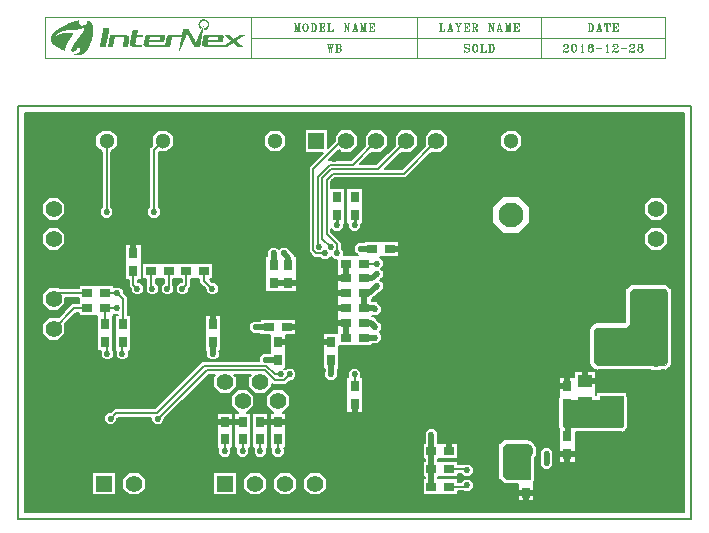
<source format=gbr>
%MOMM*%
%FSLAX33Y33*%
%ADD10C,0.203200*%
%ADD15C,0.070000*%
%ADD20C,1.400000*%
%ADD128C,0.200000*%
%ADD129C,0.500000*%
%ADD130C,0.250000*%
%ADD133C,0.530000*%
%ADD134C,3.800000*%
%ADD135R,1.400000X1.400000*%
%ADD136C,1.300000*%
%ADD137C,2.100000*%
%ADD138C,0.100000*%
%ADD141R,0.800000X0.900000*%
%ADD147R,0.900000X0.800000*%
%ADD153R,2.000000X1.300000*%
%ADD155R,1.250000X1.100000*%
G90*G71*G01*D02*G54D10*X000000Y000000D02*X057000Y000000D01*X057000Y035000D01*
X000000Y035000D01*X000000Y000000D01*D02*G54D15*X019750Y042500D02*
X002250Y042500D01*X002250Y039000D01*X019750Y039000D01*X019750Y040750D02*
X054750Y040750D01*X026232Y040214D02*X026314Y039578D01*X026254Y040214D02*
X026314Y039727D01*X026314Y039578D01*X026273Y040214D02*X026336Y039727D01*
X026400Y040214D02*X026336Y039727D01*X026314Y039578D01*X026400Y040214D02*
X026482Y039578D01*X026418Y040214D02*X026482Y039727D01*X026482Y039578D01*
X026441Y040214D02*X026500Y039727D01*X026564Y040193D02*X026500Y039727D01*
X026482Y039578D01*X026173Y040214D02*X026336Y040214D01*X026400Y040214D02*
X026441Y040214D01*X026500Y040214D02*X026628Y040214D01*X026191Y040214D02*
X026254Y040193D01*X026213Y040214D02*X026254Y040161D01*X026295Y040214D02*
X026273Y040161D01*X026314Y040214D02*X026273Y040193D01*X026523Y040214D02*
X026564Y040193D01*X026605Y040214D02*X026564Y040193D01*X026950Y040214D02*
X026950Y039578D01*X026977Y040193D02*X026977Y039610D01*X027004Y040214D02*
X027004Y039578D01*X026873Y040214D02*X027191Y040214D01*X027273Y040193D01*
X027296Y040161D01*X027327Y040098D01*X027327Y040034D01*X027296Y039981D01*
X027273Y039949D01*X027191Y039917D01*X027273Y040161D02*X027296Y040098D01*
X027296Y040034D01*X027273Y039981D01*X027191Y040214D02*X027246Y040193D01*
X027273Y040130D01*X027273Y040002D01*X027246Y039949D01*X027191Y039917D01*
X027004Y039917D02*X027191Y039917D01*X027273Y039886D01*X027296Y039854D01*
X027327Y039790D01*X027327Y039705D01*X027296Y039642D01*X027273Y039610D01*
X027191Y039578D01*X026873Y039578D01*X027273Y039854D02*X027296Y039790D01*
X027296Y039705D01*X027273Y039642D01*X027191Y039917D02*X027246Y039886D01*
X027273Y039822D01*X027273Y039673D01*X027246Y039610D01*X027191Y039578D01*
X026895Y040214D02*X026950Y040193D01*X026923Y040214D02*X026950Y040161D01*
X027032Y040214D02*X027004Y040161D01*X027059Y040214D02*X027004Y040193D01*
X026950Y039610D02*X026895Y039578D01*X026950Y039642D02*X026923Y039578D01*
X027004Y039642D02*X027032Y039578D01*X027004Y039610D02*X027059Y039578D01*
X023432Y041964D02*X023432Y041360D01*X023432Y041964D02*X023577Y041328D01*
X023454Y041964D02*X023577Y041423D01*X023473Y041964D02*X023596Y041423D01*
X023723Y041964D02*X023577Y041328D01*X023723Y041964D02*X023723Y041328D01*
X023741Y041943D02*X023741Y041360D01*X023764Y041964D02*X023764Y041328D01*
X023373Y041964D02*X023473Y041964D01*X023723Y041964D02*X023828Y041964D01*
X023373Y041328D02*X023495Y041328D01*X023659Y041328D02*X023828Y041328D01*
X023391Y041964D02*X023432Y041943D01*X023782Y041964D02*X023764Y041911D01*
X023805Y041964D02*X023764Y041943D01*X023432Y041360D02*X023391Y041328D01*
X023432Y041360D02*X023473Y041328D01*X023723Y041360D02*X023682Y041328D01*
X023723Y041392D02*X023700Y041328D01*X023764Y041392D02*X023782Y041328D01*
X023764Y041360D02*X023805Y041328D01*X024268Y041964D02*X024186Y041943D01*
X024127Y041880D01*X024100Y041816D01*X024073Y041699D01*X024073Y041604D01*
X024100Y041477D01*X024127Y041423D01*X024186Y041360D01*X024268Y041328D01*
X024327Y041328D01*X024414Y041360D01*X024468Y041423D01*X024496Y041477D01*
X024528Y041604D01*X024528Y041699D01*X024496Y041816D01*X024468Y041880D01*
X024414Y041943D01*X024327Y041964D01*X024268Y041964D01*X024154Y041880D02*
X024127Y041816D01*X024100Y041731D01*X024100Y041572D01*X024127Y041477D01*
X024154Y041423D01*X024441Y041423D02*X024468Y041477D01*X024496Y041572D01*
X024496Y041731D01*X024468Y041816D01*X024441Y041880D01*X024268Y041964D02*
X024214Y041943D01*X024154Y041848D01*X024127Y041731D01*X024127Y041572D01*
X024154Y041455D01*X024214Y041360D01*X024268Y041328D01*X024327Y041328D02*
X024382Y041360D01*X024441Y041455D01*X024468Y041572D01*X024468Y041731D01*
X024441Y041848D01*X024382Y041943D01*X024327Y041964D01*X024850Y041964D02*
X024850Y041328D01*X024877Y041943D02*X024877Y041360D01*X024904Y041964D02*
X024904Y041328D01*X024773Y041964D02*X025036Y041964D01*X025118Y041943D01*
X025173Y041880D01*X025200Y041816D01*X025228Y041731D01*X025228Y041572D01*
X025200Y041477D01*X025173Y041423D01*X025118Y041360D01*X025036Y041328D01*
X024773Y041328D01*X025146Y041880D02*X025173Y041816D01*X025200Y041731D01*
X025200Y041572D01*X025173Y041477D01*X025146Y041423D01*X025036Y041964D02*
X025091Y041943D01*X025146Y041848D01*X025173Y041731D01*X025173Y041572D01*
X025146Y041455D01*X025091Y041360D01*X025036Y041328D01*X024795Y041964D02*
X024850Y041943D01*X024823Y041964D02*X024850Y041911D01*X024932Y041964D02*
X024904Y041911D01*X024959Y041964D02*X024904Y041943D01*X024850Y041360D02*
X024795Y041328D01*X024850Y041392D02*X024823Y041328D01*X024904Y041392D02*
X024932Y041328D01*X024904Y041360D02*X024959Y041328D01*X025554Y041964D02*
X025554Y041328D01*X025582Y041943D02*X025582Y041360D01*X025614Y041964D02*
X025614Y041328D01*X025473Y041964D02*X025928Y041964D01*X025928Y041784D01*
X025614Y041667D02*X025782Y041667D01*X025782Y041784D02*X025782Y041540D01*
X025473Y041328D02*X025928Y041328D01*X025928Y041508D01*X025500Y041964D02*
X025554Y041943D01*X025527Y041964D02*X025554Y041911D01*X025641Y041964D02*
X025614Y041911D01*X025668Y041964D02*X025614Y041943D01*X025782Y041964D02*
X025928Y041943D01*X025841Y041964D02*X025928Y041911D01*X025868Y041964D02*
X025928Y041880D01*X025896Y041964D02*X025928Y041784D01*X025782Y041784D02*
X025755Y041667D01*X025782Y041540D01*X025782Y041731D02*X025727Y041667D01*
X025782Y041604D01*X025782Y041699D02*X025668Y041667D01*X025782Y041636D01*
X025554Y041360D02*X025500Y041328D01*X025554Y041392D02*X025527Y041328D01*
X025614Y041392D02*X025641Y041328D01*X025614Y041360D02*X025668Y041328D01*
X025782Y041328D02*X025928Y041360D01*X025841Y041328D02*X025928Y041392D01*
X025868Y041328D02*X025928Y041423D01*X025896Y041328D02*X025928Y041508D01*
X026264Y041964D02*X026264Y041328D01*X026291Y041943D02*X026291Y041360D01*
X026323Y041964D02*X026323Y041328D01*X026173Y041964D02*X026414Y041964D01*
X026173Y041328D02*X026628Y041328D01*X026628Y041508D01*X026200Y041964D02*
X026264Y041943D01*X026232Y041964D02*X026264Y041911D01*X026355Y041964D02*
X026323Y041911D01*X026382Y041964D02*X026323Y041943D01*X026264Y041360D02*
X026200Y041328D01*X026264Y041392D02*X026232Y041328D01*X026323Y041392D02*
X026355Y041328D01*X026323Y041360D02*X026382Y041328D01*X026473Y041328D02*
X026628Y041360D01*X026532Y041328D02*X026628Y041392D01*X026564Y041328D02*
X026628Y041423D01*X026596Y041328D02*X026628Y041508D01*X027636Y041964D02*
X027636Y041360D01*X027636Y041964D02*X027955Y041328D01*X027663Y041964D02*
X027932Y041423D01*X027682Y041964D02*X027955Y041423D01*X027955Y041943D02*
X027955Y041328D01*X027572Y041964D02*X027682Y041964D01*X027891Y041964D02*
X028027Y041964D01*X027572Y041328D02*X027704Y041328D01*X027591Y041964D02*
X027636Y041943D01*X027914Y041964D02*X027955Y041943D01*X028005Y041964D02*
X027955Y041943D01*X027636Y041360D02*X027591Y041328D01*X027636Y041360D02*
X027682Y041328D01*X028500Y041964D02*X028323Y041360D01*X028473Y041880D02*
X028623Y041328D01*X028500Y041880D02*X028650Y041328D01*X028500Y041964D02*
X028673Y041328D01*X028373Y041508D02*X028600Y041508D01*X028272Y041328D02*
X028423Y041328D01*X028550Y041328D02*X028727Y041328D01*X028323Y041360D02*
X028295Y041328D01*X028323Y041360D02*X028373Y041328D01*X028623Y041360D02*
X028573Y041328D01*X028623Y041392D02*X028600Y041328D01*X028650Y041392D02*
X028700Y041328D01*X029032Y041964D02*X029032Y041360D01*X029032Y041964D02*
X029177Y041328D01*X029054Y041964D02*X029177Y041423D01*X029073Y041964D02*
X029195Y041423D01*X029323Y041964D02*X029177Y041328D01*X029323Y041964D02*
X029323Y041328D01*X029341Y041943D02*X029341Y041360D01*X029364Y041964D02*
X029364Y041328D01*X028972Y041964D02*X029073Y041964D01*X029323Y041964D02*
X029427Y041964D01*X028972Y041328D02*X029095Y041328D01*X029259Y041328D02*
X029427Y041328D01*X028991Y041964D02*X029032Y041943D01*X029382Y041964D02*
X029364Y041911D01*X029405Y041964D02*X029364Y041943D01*X029032Y041360D02*
X028991Y041328D01*X029032Y041360D02*X029073Y041328D01*X029323Y041360D02*
X029282Y041328D01*X029323Y041392D02*X029300Y041328D01*X029364Y041392D02*
X029382Y041328D01*X029364Y041360D02*X029405Y041328D01*X029754Y041964D02*
X029754Y041328D01*X029782Y041943D02*X029782Y041360D01*X029814Y041964D02*
X029814Y041328D01*X029672Y041964D02*X030127Y041964D01*X030127Y041784D01*
X029814Y041667D02*X029982Y041667D01*X029982Y041784D02*X029982Y041540D01*
X029672Y041328D02*X030127Y041328D01*X030127Y041508D01*X029700Y041964D02*
X029754Y041943D01*X029727Y041964D02*X029754Y041911D01*X029841Y041964D02*
X029814Y041911D01*X029868Y041964D02*X029814Y041943D01*X029982Y041964D02*
X030127Y041943D01*X030041Y041964D02*X030127Y041911D01*X030068Y041964D02*
X030127Y041880D01*X030096Y041964D02*X030127Y041784D01*X029982Y041784D02*
X029955Y041667D01*X029982Y041540D01*X029982Y041731D02*X029927Y041667D01*
X029982Y041604D01*X029982Y041699D02*X029868Y041667D01*X029982Y041636D01*
X029754Y041360D02*X029700Y041328D01*X029754Y041392D02*X029727Y041328D01*
X029814Y041392D02*X029841Y041328D01*X029814Y041360D02*X029868Y041328D01*
X029982Y041328D02*X030127Y041360D01*X030041Y041328D02*X030127Y041392D01*
X030068Y041328D02*X030127Y041423D01*X030096Y041328D02*X030127Y041508D01*
X035714Y041964D02*X035714Y041328D01*X035741Y041943D02*X035741Y041360D01*
X035773Y041964D02*X035773Y041328D01*X035623Y041964D02*X035864Y041964D01*
X035623Y041328D02*X036078Y041328D01*X036078Y041508D01*X035650Y041964D02*
X035714Y041943D01*X035682Y041964D02*X035714Y041911D01*X035805Y041964D02*
X035773Y041911D01*X035832Y041964D02*X035773Y041943D01*X035714Y041360D02*
X035650Y041328D01*X035714Y041392D02*X035682Y041328D01*X035773Y041392D02*
X035805Y041328D01*X035773Y041360D02*X035832Y041328D01*X035923Y041328D02*
X036078Y041360D01*X035982Y041328D02*X036078Y041392D01*X036014Y041328D02*
X036078Y041423D01*X036046Y041328D02*X036078Y041508D01*X036550Y041964D02*
X036373Y041360D01*X036523Y041880D02*X036673Y041328D01*X036550Y041880D02*
X036700Y041328D01*X036550Y041964D02*X036723Y041328D01*X036423Y041508D02*
X036650Y041508D01*X036323Y041328D02*X036473Y041328D01*X036600Y041328D02*
X036778Y041328D01*X036373Y041360D02*X036345Y041328D01*X036373Y041360D02*
X036423Y041328D01*X036673Y041360D02*X036623Y041328D01*X036673Y041392D02*
X036650Y041328D01*X036700Y041392D02*X036750Y041328D01*X037068Y041964D02*
X037223Y041636D01*X037223Y041328D01*X037091Y041964D02*X037245Y041636D01*
X037245Y041360D01*X037109Y041964D02*X037273Y041636D01*X037273Y041328D01*
X037405Y041943D02*X037273Y041636D01*X037023Y041964D02*X037182Y041964D01*
X037336Y041964D02*X037478Y041964D01*X037159Y041328D02*X037336Y041328D01*
X037045Y041964D02*X037091Y041943D01*X037159Y041964D02*X037109Y041943D01*
X037364Y041964D02*X037405Y041943D01*X037450Y041964D02*X037405Y041943D01*
X037223Y041360D02*X037182Y041328D01*X037223Y041392D02*X037200Y041328D01*
X037273Y041392D02*X037291Y041328D01*X037273Y041360D02*X037314Y041328D01*
X037804Y041964D02*X037804Y041328D01*X037832Y041943D02*X037832Y041360D01*
X037864Y041964D02*X037864Y041328D01*X037723Y041964D02*X038178Y041964D01*
X038178Y041784D01*X037864Y041667D02*X038032Y041667D01*X038032Y041784D02*
X038032Y041540D01*X037723Y041328D02*X038178Y041328D01*X038178Y041508D01*
X037750Y041964D02*X037804Y041943D01*X037777Y041964D02*X037804Y041911D01*
X037891Y041964D02*X037864Y041911D01*X037918Y041964D02*X037864Y041943D01*
X038032Y041964D02*X038178Y041943D01*X038091Y041964D02*X038178Y041911D01*
X038118Y041964D02*X038178Y041880D01*X038146Y041964D02*X038178Y041784D01*
X038032Y041784D02*X038005Y041667D01*X038032Y041540D01*X038032Y041731D02*
X037977Y041667D01*X038032Y041604D01*X038032Y041699D02*X037918Y041667D01*
X038032Y041636D01*X037804Y041360D02*X037750Y041328D01*X037804Y041392D02*
X037777Y041328D01*X037864Y041392D02*X037891Y041328D01*X037864Y041360D02*
X037918Y041328D01*X038032Y041328D02*X038178Y041360D01*X038091Y041328D02*
X038178Y041392D01*X038118Y041328D02*X038178Y041423D01*X038146Y041328D02*
X038178Y041508D01*X038495Y041964D02*X038495Y041328D01*X038523Y041943D02*
X038523Y041360D01*X038545Y041964D02*X038545Y041328D01*X038423Y041964D02*
X038723Y041964D01*X038800Y041943D01*X038823Y041911D01*X038850Y041848D01*
X038850Y041784D01*X038823Y041731D01*X038800Y041699D01*X038723Y041667D01*
X038545Y041667D01*X038800Y041911D02*X038823Y041848D01*X038823Y041784D01*
X038800Y041731D01*X038723Y041964D02*X038773Y041943D01*X038800Y041880D01*
X038800Y041752D01*X038773Y041699D01*X038723Y041667D01*X038645Y041667D02*
X038700Y041636D01*X038723Y041572D01*X038773Y041392D01*X038800Y041328D01*
X038850Y041328D01*X038878Y041392D01*X038878Y041455D01*X038773Y041455D02*
X038800Y041392D01*X038823Y041360D01*X038850Y041360D01*X038700Y041636D02*
X038723Y041604D01*X038800Y041423D01*X038823Y041392D01*X038850Y041392D01*
X038878Y041423D01*X038423Y041328D02*X038623Y041328D01*X038445Y041964D02*
X038495Y041943D01*X038473Y041964D02*X038495Y041911D01*X038573Y041964D02*
X038545Y041911D01*X038595Y041964D02*X038545Y041943D01*X038495Y041360D02*
X038445Y041328D01*X038495Y041392D02*X038473Y041328D01*X038545Y041392D02*
X038573Y041328D01*X038545Y041360D02*X038595Y041328D01*X039886Y041964D02*
X039886Y041360D01*X039886Y041964D02*X040205Y041328D01*X039913Y041964D02*
X040182Y041423D01*X039932Y041964D02*X040205Y041423D01*X040205Y041943D02*
X040205Y041328D01*X039822Y041964D02*X039932Y041964D01*X040141Y041964D02*
X040277Y041964D01*X039822Y041328D02*X039954Y041328D01*X039841Y041964D02*
X039886Y041943D01*X040164Y041964D02*X040205Y041943D01*X040255Y041964D02*
X040205Y041943D01*X039886Y041360D02*X039841Y041328D01*X039886Y041360D02*
X039932Y041328D01*X040750Y041964D02*X040573Y041360D01*X040723Y041880D02*
X040873Y041328D01*X040750Y041880D02*X040900Y041328D01*X040750Y041964D02*
X040923Y041328D01*X040623Y041508D02*X040850Y041508D01*X040522Y041328D02*
X040673Y041328D01*X040800Y041328D02*X040977Y041328D01*X040573Y041360D02*
X040545Y041328D01*X040573Y041360D02*X040623Y041328D01*X040873Y041360D02*
X040823Y041328D01*X040873Y041392D02*X040850Y041328D01*X040900Y041392D02*
X040950Y041328D01*X041282Y041964D02*X041282Y041360D01*X041282Y041964D02*
X041427Y041328D01*X041304Y041964D02*X041427Y041423D01*X041323Y041964D02*
X041445Y041423D01*X041573Y041964D02*X041427Y041328D01*X041573Y041964D02*
X041573Y041328D01*X041591Y041943D02*X041591Y041360D01*X041614Y041964D02*
X041614Y041328D01*X041222Y041964D02*X041323Y041964D01*X041573Y041964D02*
X041677Y041964D01*X041222Y041328D02*X041345Y041328D01*X041509Y041328D02*
X041677Y041328D01*X041241Y041964D02*X041282Y041943D01*X041632Y041964D02*
X041614Y041911D01*X041655Y041964D02*X041614Y041943D01*X041282Y041360D02*
X041241Y041328D01*X041282Y041360D02*X041323Y041328D01*X041573Y041360D02*
X041532Y041328D01*X041573Y041392D02*X041550Y041328D01*X041614Y041392D02*
X041632Y041328D01*X041614Y041360D02*X041655Y041328D01*X042004Y041964D02*
X042004Y041328D01*X042032Y041943D02*X042032Y041360D01*X042064Y041964D02*
X042064Y041328D01*X041922Y041964D02*X042377Y041964D01*X042377Y041784D01*
X042064Y041667D02*X042232Y041667D01*X042232Y041784D02*X042232Y041540D01*
X041922Y041328D02*X042377Y041328D01*X042377Y041508D01*X041950Y041964D02*
X042004Y041943D01*X041977Y041964D02*X042004Y041911D01*X042091Y041964D02*
X042064Y041911D01*X042118Y041964D02*X042064Y041943D01*X042232Y041964D02*
X042377Y041943D01*X042291Y041964D02*X042377Y041911D01*X042318Y041964D02*
X042377Y041880D01*X042346Y041964D02*X042377Y041784D01*X042232Y041784D02*
X042205Y041667D01*X042232Y041540D01*X042232Y041731D02*X042177Y041667D01*
X042232Y041604D01*X042232Y041699D02*X042118Y041667D01*X042232Y041636D01*
X042004Y041360D02*X041950Y041328D01*X042004Y041392D02*X041977Y041328D01*
X042064Y041392D02*X042091Y041328D01*X042064Y041360D02*X042118Y041328D01*
X042232Y041328D02*X042377Y041360D01*X042291Y041328D02*X042377Y041392D01*
X042318Y041328D02*X042377Y041423D01*X042346Y041328D02*X042377Y041508D01*
X033750Y042500D02*X033750Y039000D01*X019750Y042500D02*X054750Y042500D01*
X054750Y039000D02*X019750Y039000D01*X019750Y042500D02*X019750Y039000D01*
X054750Y042500D02*X054750Y039000D01*X044250Y042500D02*X044250Y039000D01*
X048300Y041964D02*X048300Y041328D01*X048327Y041943D02*X048327Y041360D01*
X048354Y041964D02*X048354Y041328D01*X048223Y041964D02*X048486Y041964D01*
X048568Y041943D01*X048623Y041880D01*X048650Y041816D01*X048678Y041731D01*
X048678Y041572D01*X048650Y041477D01*X048623Y041423D01*X048568Y041360D01*
X048486Y041328D01*X048223Y041328D01*X048596Y041880D02*X048623Y041816D01*
X048650Y041731D01*X048650Y041572D01*X048623Y041477D01*X048596Y041423D01*
X048486Y041964D02*X048541Y041943D01*X048596Y041848D01*X048623Y041731D01*
X048623Y041572D01*X048596Y041455D01*X048541Y041360D01*X048486Y041328D01*
X048245Y041964D02*X048300Y041943D01*X048273Y041964D02*X048300Y041911D01*
X048382Y041964D02*X048354Y041911D01*X048409Y041964D02*X048354Y041943D01*
X048300Y041360D02*X048245Y041328D01*X048300Y041392D02*X048273Y041328D01*
X048354Y041392D02*X048382Y041328D01*X048354Y041360D02*X048409Y041328D01*
X049150Y041964D02*X048973Y041360D01*X049123Y041880D02*X049273Y041328D01*
X049150Y041880D02*X049300Y041328D01*X049150Y041964D02*X049323Y041328D01*
X049023Y041508D02*X049250Y041508D01*X048923Y041328D02*X049073Y041328D01*
X049200Y041328D02*X049378Y041328D01*X048973Y041360D02*X048945Y041328D01*
X048973Y041360D02*X049023Y041328D01*X049273Y041360D02*X049223Y041328D01*
X049273Y041392D02*X049250Y041328D01*X049300Y041392D02*X049350Y041328D01*
X049623Y041964D02*X049623Y041784D01*X049818Y041964D02*X049818Y041328D01*
X049850Y041943D02*X049850Y041360D01*X049877Y041964D02*X049877Y041328D01*
X050077Y041964D02*X050077Y041784D01*X049623Y041964D02*X050077Y041964D01*
X049736Y041328D02*X049959Y041328D01*X049650Y041964D02*X049623Y041784D01*
X049677Y041964D02*X049623Y041880D01*X049704Y041964D02*X049623Y041911D01*
X049764Y041964D02*X049623Y041943D01*X049932Y041964D02*X050077Y041943D01*
X049991Y041964D02*X050077Y041911D01*X050018Y041964D02*X050077Y041880D01*
X050046Y041964D02*X050077Y041784D01*X049818Y041360D02*X049764Y041328D01*
X049818Y041392D02*X049791Y041328D01*X049877Y041392D02*X049905Y041328D01*
X049877Y041360D02*X049932Y041328D01*X050404Y041964D02*X050404Y041328D01*
X050432Y041943D02*X050432Y041360D01*X050464Y041964D02*X050464Y041328D01*
X050322Y041964D02*X050777Y041964D01*X050777Y041784D01*X050464Y041667D02*
X050632Y041667D01*X050632Y041784D02*X050632Y041540D01*X050322Y041328D02*
X050777Y041328D01*X050777Y041508D01*X050350Y041964D02*X050404Y041943D01*
X050377Y041964D02*X050404Y041911D01*X050491Y041964D02*X050464Y041911D01*
X050518Y041964D02*X050464Y041943D01*X050632Y041964D02*X050777Y041943D01*
X050691Y041964D02*X050777Y041911D01*X050718Y041964D02*X050777Y041880D01*
X050746Y041964D02*X050777Y041784D01*X050632Y041784D02*X050605Y041667D01*
X050632Y041540D01*X050632Y041731D02*X050577Y041667D01*X050632Y041604D01*
X050632Y041699D02*X050518Y041667D01*X050632Y041636D01*X050404Y041360D02*
X050350Y041328D01*X050404Y041392D02*X050377Y041328D01*X050464Y041392D02*
X050491Y041328D01*X050464Y041360D02*X050518Y041328D01*X050632Y041328D02*
X050777Y041360D01*X050691Y041328D02*X050777Y041392D01*X050718Y041328D02*
X050777Y041423D01*X050746Y041328D02*X050777Y041508D01*X046154Y040098D02*
X046154Y040066D01*X046186Y040066D01*X046186Y040098D01*X046154Y040098D01*
X046154Y040130D02*X046186Y040130D01*X046218Y040098D01*X046218Y040066D01*
X046186Y040034D01*X046154Y040034D01*X046123Y040066D01*X046123Y040098D01*
X046154Y040161D01*X046186Y040193D01*X046282Y040214D01*X046414Y040214D01*
X046509Y040193D01*X046541Y040161D01*X046578Y040098D01*X046578Y040034D01*
X046541Y039981D01*X046446Y039917D01*X046282Y039854D01*X046218Y039822D01*
X046154Y039758D01*X046123Y039673D01*X046123Y039578D01*X046509Y040161D02*
X046541Y040098D01*X046541Y040034D01*X046509Y039981D01*X046414Y040214D02*
X046477Y040193D01*X046509Y040098D01*X046509Y040034D01*X046477Y039981D01*
X046414Y039917D01*X046282Y039854D01*X046123Y039642D02*X046154Y039673D01*
X046218Y039673D01*X046377Y039642D01*X046509Y039642D01*X046578Y039673D01*
X046218Y039673D02*X046377Y039610D01*X046509Y039610D01*X046541Y039642D01*
X046218Y039673D02*X046377Y039578D01*X046509Y039578D01*X046541Y039610D01*
X046578Y039673D01*X046578Y039727D01*X047014Y040214D02*X046918Y040193D01*
X046854Y040098D01*X046823Y039949D01*X046823Y039854D01*X046854Y039705D01*
X046918Y039610D01*X047014Y039578D01*X047082Y039578D01*X047177Y039610D01*
X047241Y039705D01*X047278Y039854D01*X047278Y039949D01*X047241Y040098D01*
X047177Y040193D01*X047082Y040214D01*X047014Y040214D01*X046918Y040161D02*
X046886Y040098D01*X046854Y039981D01*X046854Y039822D01*X046886Y039705D01*
X046918Y039642D01*X047177Y039642D02*X047209Y039705D01*X047241Y039822D01*
X047241Y039981D01*X047209Y040098D01*X047177Y040161D01*X047014Y040214D02*
X046950Y040193D01*X046918Y040130D01*X046886Y039981D01*X046886Y039822D01*
X046918Y039673D01*X046950Y039610D01*X047014Y039578D01*X047082Y039578D02*
X047146Y039610D01*X047177Y039673D01*X047209Y039822D01*X047209Y039981D01*
X047177Y040130D01*X047146Y040193D01*X047082Y040214D01*X047727Y040161D02*
X047727Y039578D01*X047745Y040161D02*X047745Y039610D01*X047759Y040214D02*
X047759Y039578D01*X047759Y040214D02*X047714Y040130D01*X047686Y040098D01*
X047673Y039578D02*X047818Y039578D01*X047727Y039610D02*X047700Y039578D01*
X047727Y039642D02*X047714Y039578D01*X047759Y039642D02*X047773Y039578D01*
X047759Y039610D02*X047786Y039578D01*X048577Y040130D02*X048577Y040098D01*
X048609Y040098D01*X048609Y040130D01*X048577Y040130D01*X048609Y040161D02*
X048577Y040161D01*X048546Y040130D01*X048546Y040098D01*X048577Y040066D01*
X048609Y040066D01*X048641Y040098D01*X048641Y040130D01*X048609Y040193D01*
X048546Y040214D01*X048450Y040214D01*X048350Y040193D01*X048286Y040130D01*
X048254Y040066D01*X048223Y039949D01*X048223Y039758D01*X048254Y039673D01*
X048318Y039610D01*X048414Y039578D01*X048482Y039578D01*X048577Y039610D01*
X048641Y039673D01*X048678Y039758D01*X048678Y039790D01*X048641Y039886D01*
X048577Y039949D01*X048482Y039981D01*X048414Y039981D01*X048350Y039949D01*
X048318Y039917D01*X048286Y039854D01*X048318Y040130D02*X048286Y040066D01*
X048254Y039949D01*X048254Y039758D01*X048286Y039673D01*X048318Y039642D01*
X048609Y039673D02*X048641Y039727D01*X048641Y039822D01*X048609Y039886D01*
X048450Y040214D02*X048382Y040193D01*X048350Y040161D01*X048318Y040098D01*
X048286Y039981D01*X048286Y039758D01*X048318Y039673D01*X048350Y039610D01*
X048414Y039578D01*X048482Y039578D02*X048546Y039610D01*X048577Y039642D01*
X048609Y039727D01*X048609Y039822D01*X048577Y039917D01*X048546Y039949D01*
X048482Y039981D01*X048923Y039886D02*X049378Y039886D01*X049378Y039854D01*
X048923Y039886D02*X048923Y039854D01*X049378Y039854D01*X049827Y040161D02*
X049827Y039578D01*X049845Y040161D02*X049845Y039610D01*X049859Y040214D02*
X049859Y039578D01*X049859Y040214D02*X049814Y040130D01*X049786Y040098D01*
X049773Y039578D02*X049918Y039578D01*X049827Y039610D02*X049800Y039578D01*
X049827Y039642D02*X049814Y039578D01*X049859Y039642D02*X049873Y039578D01*
X049859Y039610D02*X049886Y039578D01*X050354Y040098D02*X050354Y040066D01*
X050386Y040066D01*X050386Y040098D01*X050354Y040098D01*X050354Y040130D02*
X050386Y040130D01*X050418Y040098D01*X050418Y040066D01*X050386Y040034D01*
X050354Y040034D01*X050322Y040066D01*X050322Y040098D01*X050354Y040161D01*
X050386Y040193D01*X050482Y040214D01*X050614Y040214D01*X050709Y040193D01*
X050741Y040161D01*X050777Y040098D01*X050777Y040034D01*X050741Y039981D01*
X050646Y039917D01*X050482Y039854D01*X050418Y039822D01*X050354Y039758D01*
X050322Y039673D01*X050322Y039578D01*X050709Y040161D02*X050741Y040098D01*
X050741Y040034D01*X050709Y039981D01*X050614Y040214D02*X050677Y040193D01*
X050709Y040098D01*X050709Y040034D01*X050677Y039981D01*X050614Y039917D01*
X050482Y039854D01*X050322Y039642D02*X050354Y039673D01*X050418Y039673D01*
X050577Y039642D01*X050709Y039642D01*X050777Y039673D01*X050418Y039673D02*
X050577Y039610D01*X050709Y039610D01*X050741Y039642D01*X050418Y039673D02*
X050577Y039578D01*X050709Y039578D01*X050741Y039610D01*X050777Y039673D01*
X050777Y039727D01*X051022Y039886D02*X051477Y039886D01*X051477Y039854D01*
X051022Y039886D02*X051022Y039854D01*X051477Y039854D01*X051754Y040098D02*
X051754Y040066D01*X051786Y040066D01*X051786Y040098D01*X051754Y040098D01*
X051754Y040130D02*X051786Y040130D01*X051818Y040098D01*X051818Y040066D01*
X051786Y040034D01*X051754Y040034D01*X051722Y040066D01*X051722Y040098D01*
X051754Y040161D01*X051786Y040193D01*X051882Y040214D01*X052014Y040214D01*
X052109Y040193D01*X052141Y040161D01*X052177Y040098D01*X052177Y040034D01*
X052141Y039981D01*X052046Y039917D01*X051882Y039854D01*X051818Y039822D01*
X051754Y039758D01*X051722Y039673D01*X051722Y039578D01*X052109Y040161D02*
X052141Y040098D01*X052141Y040034D01*X052109Y039981D01*X052014Y040214D02*
X052077Y040193D01*X052109Y040098D01*X052109Y040034D01*X052077Y039981D01*
X052014Y039917D01*X051882Y039854D01*X051722Y039642D02*X051754Y039673D01*
X051818Y039673D01*X051977Y039642D01*X052109Y039642D01*X052177Y039673D01*
X051818Y039673D02*X051977Y039610D01*X052109Y039610D01*X052141Y039642D01*
X051818Y039673D02*X051977Y039578D01*X052109Y039578D01*X052141Y039610D01*
X052177Y039673D01*X052177Y039727D01*X052582Y040214D02*X052486Y040193D01*
X052454Y040130D01*X052454Y040034D01*X052486Y039981D01*X052582Y039949D01*
X052714Y039949D01*X052809Y039981D01*X052841Y040034D01*X052841Y040130D01*
X052809Y040193D01*X052714Y040214D01*X052582Y040214D01*X052518Y040193D02*
X052486Y040130D01*X052486Y040034D01*X052518Y039981D01*X052777Y039981D02*
X052809Y040034D01*X052809Y040130D01*X052777Y040193D01*X052582Y040214D02*
X052550Y040193D01*X052518Y040130D01*X052518Y040034D01*X052550Y039981D01*
X052582Y039949D01*X052714Y039949D02*X052746Y039981D01*X052777Y040034D01*
X052777Y040130D01*X052746Y040193D01*X052714Y040214D01*X052582Y039949D02*
X052486Y039917D01*X052454Y039886D01*X052422Y039822D01*X052422Y039705D01*
X052454Y039642D01*X052486Y039610D01*X052582Y039578D01*X052714Y039578D01*
X052809Y039610D01*X052841Y039642D01*X052877Y039705D01*X052877Y039822D01*
X052841Y039886D01*X052809Y039917D01*X052714Y039949D01*X052486Y039886D02*
X052454Y039822D01*X052454Y039705D01*X052486Y039642D01*X052809Y039642D02*
X052841Y039705D01*X052841Y039822D01*X052809Y039886D01*X052582Y039949D02*
X052518Y039917D01*X052486Y039822D01*X052486Y039705D01*X052518Y039610D01*
X052582Y039578D01*X052714Y039578D02*X052777Y039610D01*X052809Y039705D01*
X052809Y039822D01*X052777Y039917D01*X052714Y039949D01*X038141Y040130D02*
X038178Y040214D01*X038178Y040034D01*X038141Y040130D01*X038077Y040193D01*
X037977Y040214D01*X037882Y040214D01*X037786Y040193D01*X037723Y040130D01*
X037723Y040034D01*X037754Y039981D01*X037850Y039917D01*X038046Y039854D01*
X038109Y039822D01*X038141Y039758D01*X038141Y039673D01*X038109Y039610D01*
X037754Y040034D02*X037786Y039981D01*X037850Y039949D01*X038046Y039886D01*
X038109Y039854D01*X038141Y039790D01*X037786Y040193D02*X037754Y040130D01*
X037754Y040066D01*X037786Y040002D01*X037850Y039981D01*X038046Y039917D01*
X038141Y039854D01*X038178Y039790D01*X038178Y039705D01*X038141Y039642D01*
X038109Y039610D01*X038014Y039578D01*X037914Y039578D01*X037818Y039610D01*
X037754Y039673D01*X037723Y039758D01*X037723Y039578D01*X037754Y039673D01*
X038618Y040214D02*X038536Y040193D01*X038477Y040130D01*X038450Y040066D01*
X038423Y039949D01*X038423Y039854D01*X038450Y039727D01*X038477Y039673D01*
X038536Y039610D01*X038618Y039578D01*X038677Y039578D01*X038764Y039610D01*
X038818Y039673D01*X038846Y039727D01*X038878Y039854D01*X038878Y039949D01*
X038846Y040066D01*X038818Y040130D01*X038764Y040193D01*X038677Y040214D01*
X038618Y040214D01*X038504Y040130D02*X038477Y040066D01*X038450Y039981D01*
X038450Y039822D01*X038477Y039727D01*X038504Y039673D01*X038791Y039673D02*
X038818Y039727D01*X038846Y039822D01*X038846Y039981D01*X038818Y040066D01*
X038791Y040130D01*X038618Y040214D02*X038564Y040193D01*X038504Y040098D01*
X038477Y039981D01*X038477Y039822D01*X038504Y039705D01*X038564Y039610D01*
X038618Y039578D01*X038677Y039578D02*X038732Y039610D01*X038791Y039705D01*
X038818Y039822D01*X038818Y039981D01*X038791Y040098D01*X038732Y040193D01*
X038677Y040214D01*X039214Y040214D02*X039214Y039578D01*X039241Y040193D02*
X039241Y039610D01*X039273Y040214D02*X039273Y039578D01*X039123Y040214D02*
X039364Y040214D01*X039123Y039578D02*X039577Y039578D01*X039577Y039758D01*
X039150Y040214D02*X039214Y040193D01*X039182Y040214D02*X039214Y040161D01*
X039305Y040214D02*X039273Y040161D01*X039332Y040214D02*X039273Y040193D01*
X039214Y039610D02*X039150Y039578D01*X039214Y039642D02*X039182Y039578D01*
X039273Y039642D02*X039305Y039578D01*X039273Y039610D02*X039332Y039578D01*
X039423Y039578D02*X039577Y039610D01*X039482Y039578D02*X039577Y039642D01*
X039514Y039578D02*X039577Y039673D01*X039546Y039578D02*X039577Y039758D01*
X039900Y040214D02*X039900Y039578D01*X039927Y040193D02*X039927Y039610D01*
X039954Y040214D02*X039954Y039578D01*X039822Y040214D02*X040086Y040214D01*
X040168Y040193D01*X040223Y040130D01*X040250Y040066D01*X040277Y039981D01*
X040277Y039822D01*X040250Y039727D01*X040223Y039673D01*X040168Y039610D01*
X040086Y039578D01*X039822Y039578D01*X040196Y040130D02*X040223Y040066D01*
X040250Y039981D01*X040250Y039822D01*X040223Y039727D01*X040196Y039673D01*
X040086Y040214D02*X040141Y040193D01*X040196Y040098D01*X040223Y039981D01*
X040223Y039822D01*X040196Y039705D01*X040141Y039610D01*X040086Y039578D01*
X039845Y040214D02*X039900Y040193D01*X039873Y040214D02*X039900Y040161D01*
X039982Y040214D02*X039954Y040161D01*X040009Y040214D02*X039954Y040193D01*
X039900Y039610D02*X039845Y039578D01*X039900Y039642D02*X039873Y039578D01*
X039954Y039642D02*X039982Y039578D01*X039954Y039610D02*X040009Y039578D01*
X000000Y000000D02*D02*G54D20*X009790Y003000D03*X012330Y003000D03*
X020040Y003000D03*X022580Y003000D03*X025120Y003000D03*X027660Y003000D03*
X003000Y011040D03*X017500Y011625D03*X022000Y010000D03*X020500Y011625D03*
X019000Y010000D03*X054000Y011040D03*X003000Y013580D03*X054000Y013580D03*
X003000Y016120D03*X054000Y016120D03*X003000Y018660D03*X054000Y018660D03*
X003000Y021200D03*X003000Y023740D03*X054000Y021200D03*X054000Y023740D03*
X003000Y026280D03*X054000Y026280D03*X030330Y032000D03*X027790Y032000D03*
X032870Y032000D03*X035410Y032000D03*X037950Y032000D03*D02*G54D128*
X000600Y000600D02*X056400Y000600D01*X056400Y000600D02*X056400Y034400D01*
X056400Y034400D02*X000600Y034400D01*X000600Y034400D02*X000600Y000600D01*
X002586Y025280D02*X003414Y025280D01*X003414Y025280D02*X004000Y025866D01*
X004000Y025866D02*X004000Y026694D01*X004000Y026694D02*X003414Y027280D01*
X003414Y027280D02*X002586Y027280D01*X002586Y027280D02*X002000Y026694D01*
X002000Y026694D02*X002000Y025866D01*X002000Y025866D02*X002586Y025280D01*
X002586Y022740D02*X003414Y022740D01*X003414Y022740D02*X004000Y023326D01*
X004000Y023326D02*X004000Y024154D01*X004000Y024154D02*X003414Y024740D01*
X003414Y024740D02*X002586Y024740D01*X002586Y024740D02*X002000Y024154D01*
X002000Y024154D02*X002000Y023326D01*X002000Y023326D02*X002586Y022740D01*
X007100Y031057D02*X007100Y026399D01*X007100Y026399D02*X006935Y026234D01*
X006935Y026234D02*X006935Y025766D01*X006935Y025766D02*X007266Y025435D01*
X007266Y025435D02*X007734Y025435D01*X007734Y025435D02*X008065Y025766D01*
X008065Y025766D02*X008065Y026234D01*X008065Y026234D02*X007900Y026399D01*
X007900Y026399D02*X007900Y031057D01*X007900Y031057D02*X008450Y031607D01*
X008450Y031607D02*X008450Y032394D01*X008450Y032394D02*X007894Y032950D01*
X007894Y032950D02*X007107Y032950D01*X007107Y032950D02*X006550Y032394D01*
X006550Y032394D02*X006550Y031607D01*X006550Y031607D02*X007100Y031057D01*
X002586Y015120D02*X003414Y015120D01*X003414Y015120D02*X004000Y015706D01*
X004000Y015706D02*X004000Y016534D01*X004000Y016534D02*X003990Y016544D01*
X003990Y016544D02*X004921Y017475D01*X004921Y017475D02*X005125Y017475D01*
X005125Y017475D02*X005125Y017175D01*X005125Y017175D02*X006675Y017175D01*
X006675Y017175D02*X006675Y014250D01*X006675Y014250D02*X007006Y014250D01*
X007006Y014250D02*X006990Y014234D01*X006990Y014234D02*X006990Y013766D01*
X006990Y013766D02*X007321Y013435D01*X007321Y013435D02*X007789Y013435D01*
X007789Y013435D02*X008120Y013766D01*X008120Y013766D02*X008120Y014234D01*
X008120Y014234D02*X008075Y014279D01*X008075Y014279D02*X008075Y015400D01*
X008075Y015400D02*X008075Y015400D01*X008075Y015400D02*X008075Y016100D01*
X008075Y016100D02*X008075Y016100D01*X008075Y016100D02*X008075Y017175D01*
X008075Y017175D02*X008125Y017175D01*X008125Y017175D02*X008125Y017326D01*
X008125Y017326D02*X008141Y017310D01*X008141Y017310D02*X008475Y017310D01*
X008475Y017310D02*X008475Y017250D01*X008475Y017250D02*X008175Y017250D01*
X008175Y017250D02*X008175Y014250D01*X008175Y014250D02*X008276Y014250D01*
X008276Y014250D02*X008260Y014234D01*X008260Y014234D02*X008260Y013766D01*
X008260Y013766D02*X008591Y013435D01*X008591Y013435D02*X009059Y013435D01*
X009059Y013435D02*X009390Y013766D01*X009390Y013766D02*X009390Y014234D01*
X009390Y014234D02*X009374Y014250D01*X009374Y014250D02*X009575Y014250D01*
X009575Y014250D02*X009575Y015400D01*X009575Y015400D02*X009575Y015400D01*
X009575Y015400D02*X009575Y016100D01*X009575Y016100D02*X009575Y016100D01*
X009575Y016100D02*X009575Y017250D01*X009575Y017250D02*X009275Y017250D01*
X009275Y017250D02*X009275Y018791D01*X009275Y018791D02*X008940Y019126D01*
X008940Y019126D02*X008940Y019359D01*X008940Y019359D02*X008609Y019690D01*
X008609Y019690D02*X008141Y019690D01*X008141Y019690D02*X008125Y019674D01*
X008125Y019674D02*X008125Y019825D01*X008125Y019825D02*X006975Y019825D01*
X006975Y019825D02*X006975Y019825D01*X006975Y019825D02*X006275Y019825D01*
X006275Y019825D02*X006275Y019825D01*X006275Y019825D02*X005125Y019825D01*
X005125Y019825D02*X005125Y019525D01*X005125Y019525D02*X003549Y019525D01*
X003549Y019525D02*X003414Y019660D01*X003414Y019660D02*X002586Y019660D01*
X002586Y019660D02*X002000Y019074D01*X002000Y019074D02*X002000Y018246D01*
X002000Y018246D02*X002586Y017660D01*X002586Y017660D02*X003414Y017660D01*
X003414Y017660D02*X004000Y018246D01*X004000Y018246D02*X004000Y018725D01*
X004000Y018725D02*X005125Y018725D01*X005125Y018725D02*X005125Y018275D01*
X005125Y018275D02*X004589Y018275D01*X004589Y018275D02*X003424Y017110D01*
X003424Y017110D02*X003414Y017120D01*X003414Y017120D02*X002586Y017120D01*
X002586Y017120D02*X002000Y016534D01*X002000Y016534D02*X002000Y015706D01*
X002000Y015706D02*X002586Y015120D01*X009350Y020250D02*X009350Y019679D01*
X009350Y019679D02*X009530Y019499D01*X009530Y019499D02*X009530Y019266D01*
X009530Y019266D02*X009861Y018935D01*X009861Y018935D02*X010329Y018935D01*
X010329Y018935D02*X010660Y019266D01*X010660Y019266D02*X010660Y019734D01*
X010660Y019734D02*X010329Y020065D01*X010329Y020065D02*X010150Y020065D01*
X010150Y020065D02*X010150Y020250D01*X010150Y020250D02*X010450Y020250D01*
X010450Y020250D02*X010450Y021400D01*X010450Y021400D02*X010450Y021400D01*
X010450Y021400D02*X010450Y022100D01*X010450Y022100D02*X010450Y022100D01*
X010450Y022100D02*X010450Y023250D01*X010450Y023250D02*X009050Y023250D01*
X009050Y023250D02*X009050Y020250D01*X009050Y020250D02*X009350Y020250D01*
X011266Y025435D02*X011734Y025435D01*X011734Y025435D02*X012065Y025766D01*
X012065Y025766D02*X012065Y026234D01*X012065Y026234D02*X011900Y026399D01*
X011900Y026399D02*X011900Y031050D01*X011900Y031050D02*X012644Y031050D01*
X012644Y031050D02*X013200Y031607D01*X013200Y031607D02*X013200Y032394D01*
X013200Y032394D02*X012644Y032950D01*X012644Y032950D02*X011857Y032950D01*
X011857Y032950D02*X011300Y032394D01*X011300Y032394D02*X011300Y031616D01*
X011300Y031616D02*X011100Y031416D01*X011100Y031416D02*X011100Y026399D01*
X011100Y026399D02*X010935Y026234D01*X010935Y026234D02*X010935Y025766D01*
X010935Y025766D02*X011266Y025435D01*X010850Y020300D02*X010850Y019784D01*
X010850Y019784D02*X010800Y019734D01*X010800Y019734D02*X010800Y019266D01*
X010800Y019266D02*X011131Y018935D01*X011131Y018935D02*X011599Y018935D01*
X011599Y018935D02*X011930Y019266D01*X011930Y019266D02*X011930Y019734D01*
X011930Y019734D02*X011650Y020014D01*X011650Y020014D02*X011650Y020300D01*
X011650Y020300D02*X012350Y020300D01*X012350Y020300D02*X012350Y020014D01*
X012350Y020014D02*X012070Y019734D01*X012070Y019734D02*X012070Y019266D01*
X012070Y019266D02*X012401Y018935D01*X012401Y018935D02*X012869Y018935D01*
X012869Y018935D02*X013200Y019266D01*X013200Y019266D02*X013200Y019734D01*
X013200Y019734D02*X013150Y019784D01*X013150Y019784D02*X013150Y020300D01*
X013150Y020300D02*X013850Y020300D01*X013850Y020300D02*X013850Y020065D01*
X013850Y020065D02*X013671Y020065D01*X013671Y020065D02*X013340Y019734D01*
X013340Y019734D02*X013340Y019266D01*X013340Y019266D02*X013671Y018935D01*
X013671Y018935D02*X014139Y018935D01*X014139Y018935D02*X014470Y019266D01*
X014470Y019266D02*X014470Y019499D01*X014470Y019499D02*X014650Y019679D01*
X014650Y019679D02*X014650Y020300D01*X014650Y020300D02*X015350Y020300D01*
X015350Y020300D02*X015350Y020029D01*X015350Y020029D02*X015880Y019499D01*
X015880Y019499D02*X015880Y019266D01*X015880Y019266D02*X016211Y018935D01*
X016211Y018935D02*X016679Y018935D01*X016679Y018935D02*X017010Y019266D01*
X017010Y019266D02*X017010Y019734D01*X017010Y019734D02*X016679Y020065D01*
X016679Y020065D02*X016446Y020065D01*X016446Y020065D02*X016211Y020300D01*
X016211Y020300D02*X016500Y020300D01*X016500Y020300D02*X016500Y021700D01*
X016500Y021700D02*X015350Y021700D01*X015350Y021700D02*X015350Y021700D01*
X015350Y021700D02*X014650Y021700D01*X014650Y021700D02*X014650Y021700D01*
X014650Y021700D02*X012350Y021700D01*X012350Y021700D02*X012350Y021700D01*
X012350Y021700D02*X011650Y021700D01*X011650Y021700D02*X011650Y021700D01*
X011650Y021700D02*X010500Y021700D01*X010500Y021700D02*X010500Y020300D01*
X010500Y020300D02*X010850Y020300D01*X015950Y014250D02*X015950Y014249D01*
X015950Y014249D02*X015935Y014234D01*X015935Y014234D02*X015935Y013766D01*
X015935Y013766D02*X016266Y013435D01*X016266Y013435D02*X016734Y013435D01*
X016734Y013435D02*X017065Y013766D01*X017065Y013766D02*X017065Y014234D01*
X017065Y014234D02*X017050Y014249D01*X017050Y014249D02*X017050Y014250D01*
X017050Y014250D02*X017200Y014250D01*X017200Y014250D02*X017200Y015400D01*
X017200Y015400D02*X017200Y015400D01*X017200Y015400D02*X017200Y016100D01*
X017200Y016100D02*X017200Y016100D01*X017200Y016100D02*X017200Y017250D01*
X017200Y017250D02*X015800Y017250D01*X015800Y017250D02*X015800Y014250D01*
X015800Y014250D02*X015950Y014250D01*X021357Y031050D02*X022144Y031050D01*
X022144Y031050D02*X022700Y031607D01*X022700Y031607D02*X022700Y032394D01*
X022700Y032394D02*X022144Y032950D01*X022144Y032950D02*X021357Y032950D01*
X021357Y032950D02*X020800Y032394D01*X020800Y032394D02*X020800Y031607D01*
X020800Y031607D02*X021357Y031050D01*X023575Y019250D02*X023575Y020400D01*
X023575Y020400D02*X023575Y020400D01*X023575Y020400D02*X023575Y021100D01*
X023575Y021100D02*X023575Y021100D01*X023575Y021100D02*X023575Y022250D01*
X023575Y022250D02*X023425Y022250D01*X023425Y022250D02*X023425Y022353D01*
X023425Y022353D02*X023065Y022713D01*X023065Y022713D02*X023065Y022734D01*
X023065Y022734D02*X022734Y023065D01*X022734Y023065D02*X022266Y023065D01*
X022266Y023065D02*X022063Y022862D01*X022063Y022862D02*X021859Y023065D01*
X021859Y023065D02*X021391Y023065D01*X021391Y023065D02*X021060Y022734D01*
X021060Y022734D02*X021060Y022266D01*X021060Y022266D02*X021075Y022251D01*
X021075Y022251D02*X021075Y022250D01*X021075Y022250D02*X020925Y022250D01*
X020925Y022250D02*X020925Y019250D01*X020925Y019250D02*X023575Y019250D01*
X007596Y007935D02*X008064Y007935D01*X008064Y007935D02*X008395Y008266D01*
X008395Y008266D02*X008395Y008499D01*X008395Y008499D02*X008496Y008600D01*
X008496Y008600D02*X011265Y008600D01*X011265Y008600D02*X011265Y008266D01*
X011265Y008266D02*X011596Y007935D01*X011596Y007935D02*X012064Y007935D01*
X012064Y007935D02*X012395Y008266D01*X012395Y008266D02*X012395Y008499D01*
X012395Y008499D02*X016121Y012225D01*X016121Y012225D02*X016686Y012225D01*
X016686Y012225D02*X016500Y012039D01*X016500Y012039D02*X016500Y011211D01*
X016500Y011211D02*X017086Y010625D01*X017086Y010625D02*X017914Y010625D01*
X017914Y010625D02*X018500Y011211D01*X018500Y011211D02*X018500Y012039D01*
X018500Y012039D02*X018314Y012225D01*X018314Y012225D02*X019686Y012225D01*
X019686Y012225D02*X019500Y012039D01*X019500Y012039D02*X019500Y011211D01*
X019500Y011211D02*X020086Y010625D01*X020086Y010625D02*X020914Y010625D01*
X020914Y010625D02*X021500Y011211D01*X021500Y011211D02*X021500Y011434D01*
X021500Y011434D02*X021584Y011350D01*X021584Y011350D02*X022666Y011350D01*
X022666Y011350D02*X023001Y011685D01*X023001Y011685D02*X023234Y011685D01*
X023234Y011685D02*X023565Y012016D01*X023565Y012016D02*X023565Y012484D01*
X023565Y012484D02*X023234Y012815D01*X023234Y012815D02*X022766Y012815D01*
X022766Y012815D02*X022625Y012674D01*X022625Y012674D02*X022549Y012750D01*
X022549Y012750D02*X022700Y012750D01*X022700Y012750D02*X022700Y013900D01*
X022700Y013900D02*X022700Y013900D01*X022700Y013900D02*X022700Y014600D01*
X022700Y014600D02*X022700Y014600D01*X022700Y014600D02*X022700Y015550D01*
X022700Y015550D02*X023500Y015550D01*X023500Y015550D02*X023500Y016950D01*
X023500Y016950D02*X022350Y016950D01*X022350Y016950D02*X022350Y016950D01*
X022350Y016950D02*X021650Y016950D01*X021650Y016950D02*X021650Y016950D01*
X021650Y016950D02*X020500Y016950D01*X020500Y016950D02*X020500Y016800D01*
X020500Y016800D02*X020374Y016800D01*X020374Y016800D02*X020359Y016815D01*
X020359Y016815D02*X019891Y016815D01*X019891Y016815D02*X019560Y016484D01*
X019560Y016484D02*X019560Y016016D01*X019560Y016016D02*X019891Y015685D01*
X019891Y015685D02*X020359Y015685D01*X020359Y015685D02*X020374Y015700D01*
X020374Y015700D02*X020500Y015700D01*X020500Y015700D02*X020500Y015550D01*
X020500Y015550D02*X021300Y015550D01*X021300Y015550D02*X021300Y014050D01*
X021300Y014050D02*X021249Y014050D01*X021249Y014050D02*X021234Y014065D01*
X021234Y014065D02*X020766Y014065D01*X020766Y014065D02*X020435Y013734D01*
X020435Y013734D02*X020435Y013400D01*X020435Y013400D02*X015584Y013400D01*
X015584Y013400D02*X011584Y009400D01*X011584Y009400D02*X008164Y009400D01*
X008164Y009400D02*X007829Y009065D01*X007829Y009065D02*X007596Y009065D01*
X007596Y009065D02*X007265Y008734D01*X007265Y008734D02*X007265Y008266D01*
X007265Y008266D02*X007596Y007935D01*X008250Y002000D02*X008250Y004000D01*
X008250Y004000D02*X006250Y004000D01*X006250Y004000D02*X006250Y002000D01*
X006250Y002000D02*X008250Y002000D01*X009376Y002000D02*X010204Y002000D01*
X010204Y002000D02*X010790Y002586D01*X010790Y002586D02*X010790Y003414D01*
X010790Y003414D02*X010204Y004000D01*X010204Y004000D02*X009376Y004000D01*
X009376Y004000D02*X008790Y003414D01*X008790Y003414D02*X008790Y002586D01*
X008790Y002586D02*X009376Y002000D01*X018586Y009000D02*X018300Y009000D01*
X018300Y009000D02*X018300Y006000D01*X018300Y006000D02*X018451Y006000D01*
X018451Y006000D02*X018435Y005984D01*X018435Y005984D02*X018435Y005516D01*
X018435Y005516D02*X018766Y005185D01*X018766Y005185D02*X019234Y005185D01*
X019234Y005185D02*X019565Y005516D01*X019565Y005516D02*X019565Y005984D01*
X019565Y005984D02*X019549Y006000D01*X019549Y006000D02*X019700Y006000D01*
X019700Y006000D02*X019700Y007150D01*X019700Y007150D02*X019700Y007150D01*
X019700Y007150D02*X019700Y007850D01*X019700Y007850D02*X019700Y007850D01*
X019700Y007850D02*X019700Y009000D01*X019700Y009000D02*X019414Y009000D01*
X019414Y009000D02*X020000Y009586D01*X020000Y009586D02*X020000Y010414D01*
X020000Y010414D02*X019414Y011000D01*X019414Y011000D02*X018586Y011000D01*
X018586Y011000D02*X018000Y010414D01*X018000Y010414D02*X018000Y009586D01*
X018000Y009586D02*X018586Y009000D01*X016951Y006000D02*X016935Y005984D01*
X016935Y005984D02*X016935Y005516D01*X016935Y005516D02*X017266Y005185D01*
X017266Y005185D02*X017734Y005185D01*X017734Y005185D02*X018065Y005516D01*
X018065Y005516D02*X018065Y005984D01*X018065Y005984D02*X018049Y006000D01*
X018049Y006000D02*X018200Y006000D01*X018200Y006000D02*X018200Y007150D01*
X018200Y007150D02*X018200Y007150D01*X018200Y007150D02*X018200Y007850D01*
X018200Y007850D02*X018200Y007850D01*X018200Y007850D02*X018200Y009000D01*
X018200Y009000D02*X016800Y009000D01*X016800Y009000D02*X016800Y006000D01*
X016800Y006000D02*X016951Y006000D01*X018500Y002000D02*X018500Y004000D01*
X018500Y004000D02*X016500Y004000D01*X016500Y004000D02*X016500Y002000D01*
X016500Y002000D02*X018500Y002000D01*X021586Y009000D02*X021300Y009000D01*
X021300Y009000D02*X021300Y006000D01*X021300Y006000D02*X021451Y006000D01*
X021451Y006000D02*X021435Y005984D01*X021435Y005984D02*X021435Y005516D01*
X021435Y005516D02*X021766Y005185D01*X021766Y005185D02*X022234Y005185D01*
X022234Y005185D02*X022565Y005516D01*X022565Y005516D02*X022565Y005984D01*
X022565Y005984D02*X022549Y006000D01*X022549Y006000D02*X022700Y006000D01*
X022700Y006000D02*X022700Y007150D01*X022700Y007150D02*X022700Y007150D01*
X022700Y007150D02*X022700Y007850D01*X022700Y007850D02*X022700Y007850D01*
X022700Y007850D02*X022700Y009000D01*X022700Y009000D02*X022414Y009000D01*
X022414Y009000D02*X023000Y009586D01*X023000Y009586D02*X023000Y010414D01*
X023000Y010414D02*X022414Y011000D01*X022414Y011000D02*X021586Y011000D01*
X021586Y011000D02*X021000Y010414D01*X021000Y010414D02*X021000Y009586D01*
X021000Y009586D02*X021586Y009000D01*X019951Y006000D02*X019935Y005984D01*
X019935Y005984D02*X019935Y005516D01*X019935Y005516D02*X020266Y005185D01*
X020266Y005185D02*X020734Y005185D01*X020734Y005185D02*X021065Y005516D01*
X021065Y005516D02*X021065Y005984D01*X021065Y005984D02*X021049Y006000D01*
X021049Y006000D02*X021200Y006000D01*X021200Y006000D02*X021200Y007150D01*
X021200Y007150D02*X021200Y007150D01*X021200Y007150D02*X021200Y007850D01*
X021200Y007850D02*X021200Y007850D01*X021200Y007850D02*X021200Y009000D01*
X021200Y009000D02*X019800Y009000D01*X019800Y009000D02*X019800Y006000D01*
X019800Y006000D02*X019951Y006000D01*X019626Y002000D02*X020454Y002000D01*
X020454Y002000D02*X021040Y002586D01*X021040Y002586D02*X021040Y003414D01*
X021040Y003414D02*X020454Y004000D01*X020454Y004000D02*X019626Y004000D01*
X019626Y004000D02*X019040Y003414D01*X019040Y003414D02*X019040Y002586D01*
X019040Y002586D02*X019626Y002000D01*X022166Y002000D02*X022994Y002000D01*
X022994Y002000D02*X023580Y002586D01*X023580Y002586D02*X023580Y003414D01*
X023580Y003414D02*X022994Y004000D01*X022994Y004000D02*X022166Y004000D01*
X022166Y004000D02*X021580Y003414D01*X021580Y003414D02*X021580Y002586D01*
X021580Y002586D02*X022166Y002000D01*X025809Y031000D02*X024600Y029791D01*
X024600Y029791D02*X024600Y022584D01*X024600Y022584D02*X025084Y022100D01*
X025084Y022100D02*X025601Y022100D01*X025601Y022100D02*X025766Y021935D01*
X025766Y021935D02*X026234Y021935D01*X026234Y021935D02*X026500Y022201D01*
X026500Y022201D02*X026766Y021935D01*X026766Y021935D02*X027000Y021935D01*
X027000Y021935D02*X027000Y015750D01*X027000Y015750D02*X025800Y015750D01*
X025800Y015750D02*X025800Y012750D01*X025800Y012750D02*X025950Y012750D01*
X025950Y012750D02*X025950Y012499D01*X025950Y012499D02*X025935Y012484D01*
X025935Y012484D02*X025935Y012016D01*X025935Y012016D02*X026266Y011685D01*
X026266Y011685D02*X026734Y011685D01*X026734Y011685D02*X027065Y012016D01*
X027065Y012016D02*X027065Y012484D01*X027065Y012484D02*X027050Y012499D01*
X027050Y012499D02*X027050Y012750D01*X027050Y012750D02*X027200Y012750D01*
X027200Y012750D02*X027200Y013900D01*X027200Y013900D02*X027200Y013900D01*
X027200Y013900D02*X027200Y014600D01*X027200Y014600D02*X027200Y014600D01*
X027200Y014600D02*X027200Y014675D01*X027200Y014675D02*X030000Y014675D01*
X030000Y014675D02*X030000Y014825D01*X030000Y014825D02*X030001Y014825D01*
X030001Y014825D02*X030016Y014810D01*X030016Y014810D02*X030484Y014810D01*
X030484Y014810D02*X030815Y015141D01*X030815Y015141D02*X030815Y015609D01*
X030815Y015609D02*X030612Y015813D01*X030612Y015813D02*X030815Y016016D01*
X030815Y016016D02*X030815Y016484D01*X030815Y016484D02*X030484Y016815D01*
X030484Y016815D02*X030463Y016815D01*X030463Y016815D02*X030103Y017175D01*
X030103Y017175D02*X030000Y017175D01*X030000Y017175D02*X030000Y017201D01*
X030000Y017201D02*X030016Y017185D01*X030016Y017185D02*X030484Y017185D01*
X030484Y017185D02*X030815Y017516D01*X030815Y017516D02*X030815Y017984D01*
X030815Y017984D02*X030484Y018315D01*X030484Y018315D02*X030463Y018315D01*
X030463Y018315D02*X030353Y018425D01*X030353Y018425D02*X030000Y018425D01*
X030000Y018425D02*X030000Y018597D01*X030000Y018597D02*X030588Y019185D01*
X030588Y019185D02*X030609Y019185D01*X030609Y019185D02*X030940Y019516D01*
X030940Y019516D02*X030940Y019984D01*X030940Y019984D02*X030674Y020250D01*
X030674Y020250D02*X030940Y020516D01*X030940Y020516D02*X030940Y020984D01*
X030940Y020984D02*X030737Y021188D01*X030737Y021188D02*X030940Y021391D01*
X030940Y021391D02*X030940Y021859D01*X030940Y021859D02*X030624Y022175D01*
X030624Y022175D02*X032250Y022175D01*X032250Y022175D02*X032250Y023575D01*
X032250Y023575D02*X031100Y023575D01*X031100Y023575D02*X031100Y023575D01*
X031100Y023575D02*X030400Y023575D01*X030400Y023575D02*X030400Y023575D01*
X030400Y023575D02*X029250Y023575D01*X029250Y023575D02*X029250Y023425D01*
X029250Y023425D02*X029249Y023425D01*X029249Y023425D02*X029234Y023440D01*
X029234Y023440D02*X028766Y023440D01*X028766Y023440D02*X028435Y023109D01*
X028435Y023109D02*X028435Y022641D01*X028435Y022641D02*X028751Y022325D01*
X028751Y022325D02*X028150Y022325D01*X028150Y022325D02*X028150Y022325D01*
X028150Y022325D02*X027565Y022325D01*X027565Y022325D02*X027565Y022734D01*
X027565Y022734D02*X027400Y022899D01*X027400Y022899D02*X027400Y023416D01*
X027400Y023416D02*X026525Y024291D01*X026525Y024291D02*X026525Y024551D01*
X026525Y024551D02*X026766Y024310D01*X026766Y024310D02*X027234Y024310D01*
X027234Y024310D02*X027565Y024641D01*X027565Y024641D02*X027565Y025000D01*
X027565Y025000D02*X027700Y025000D01*X027700Y025000D02*X027700Y026150D01*
X027700Y026150D02*X027700Y026150D01*X027700Y026150D02*X027700Y026850D01*
X027700Y026850D02*X027700Y026850D01*X027700Y026850D02*X027700Y028000D01*
X027700Y028000D02*X026525Y028000D01*X026525Y028000D02*X026525Y028584D01*
X026525Y028584D02*X026791Y028850D01*X026791Y028850D02*X032826Y028850D01*
X032826Y028850D02*X034986Y031010D01*X034986Y031010D02*X034996Y031000D01*
X034996Y031000D02*X035824Y031000D01*X035824Y031000D02*X036410Y031586D01*
X036410Y031586D02*X036410Y032414D01*X036410Y032414D02*X035824Y033000D01*
X035824Y033000D02*X034996Y033000D01*X034996Y033000D02*X034410Y032414D01*
X034410Y032414D02*X034410Y031586D01*X034410Y031586D02*X034420Y031576D01*
X034420Y031576D02*X032494Y029650D01*X032494Y029650D02*X031086Y029650D01*
X031086Y029650D02*X032446Y031010D01*X032446Y031010D02*X032456Y031000D01*
X032456Y031000D02*X033284Y031000D01*X033284Y031000D02*X033870Y031586D01*
X033870Y031586D02*X033870Y032414D01*X033870Y032414D02*X033284Y033000D01*
X033284Y033000D02*X032456Y033000D01*X032456Y033000D02*X031870Y032414D01*
X031870Y032414D02*X031870Y031586D01*X031870Y031586D02*X031880Y031576D01*
X031880Y031576D02*X030329Y030025D01*X030329Y030025D02*X028921Y030025D01*
X028921Y030025D02*X029906Y031010D01*X029906Y031010D02*X029916Y031000D01*
X029916Y031000D02*X030744Y031000D01*X030744Y031000D02*X031330Y031586D01*
X031330Y031586D02*X031330Y032414D01*X031330Y032414D02*X030744Y033000D01*
X030744Y033000D02*X029916Y033000D01*X029916Y033000D02*X029330Y032414D01*
X029330Y032414D02*X029330Y031586D01*X029330Y031586D02*X029340Y031576D01*
X029340Y031576D02*X028164Y030400D01*X028164Y030400D02*X026341Y030400D01*
X026341Y030400D02*X027158Y031218D01*X027158Y031218D02*X027376Y031000D01*
X027376Y031000D02*X028204Y031000D01*X028204Y031000D02*X028790Y031586D01*
X028790Y031586D02*X028790Y032414D01*X028790Y032414D02*X028204Y033000D01*
X028204Y033000D02*X027376Y033000D01*X027376Y033000D02*X026790Y032414D01*
X026790Y032414D02*X026790Y031981D01*X026790Y031981D02*X026250Y031441D01*
X026250Y031441D02*X026250Y033000D01*X026250Y033000D02*X024250Y033000D01*
X024250Y033000D02*X024250Y031000D01*X024250Y031000D02*X025809Y031000D01*
X024706Y002000D02*X025534Y002000D01*X025534Y002000D02*X026120Y002586D01*
X026120Y002586D02*X026120Y003414D01*X026120Y003414D02*X025534Y004000D01*
X025534Y004000D02*X024706Y004000D01*X024706Y004000D02*X024120Y003414D01*
X024120Y003414D02*X024120Y002586D01*X024120Y002586D02*X024706Y002000D01*
X029200Y009000D02*X029200Y010150D01*X029200Y010150D02*X029200Y010150D01*
X029200Y010150D02*X029200Y010850D01*X029200Y010850D02*X029200Y010850D01*
X029200Y010850D02*X029200Y012000D01*X029200Y012000D02*X029049Y012000D01*
X029049Y012000D02*X029065Y012016D01*X029065Y012016D02*X029065Y012484D01*
X029065Y012484D02*X028734Y012815D01*X028734Y012815D02*X028266Y012815D01*
X028266Y012815D02*X027935Y012484D01*X027935Y012484D02*X027935Y012016D01*
X027935Y012016D02*X027951Y012000D01*X027951Y012000D02*X027800Y012000D01*
X027800Y012000D02*X027800Y009000D01*X027800Y009000D02*X029200Y009000D01*
X027935Y025000D02*X027935Y024641D01*X027935Y024641D02*X028266Y024310D01*
X028266Y024310D02*X028734Y024310D01*X028734Y024310D02*X029065Y024641D01*
X029065Y024641D02*X029065Y025000D01*X029065Y025000D02*X029200Y025000D01*
X029200Y025000D02*X029200Y026150D01*X029200Y026150D02*X029200Y026150D01*
X029200Y026150D02*X029200Y026850D01*X029200Y026850D02*X029200Y026850D01*
X029200Y026850D02*X029200Y028000D01*X029200Y028000D02*X027800Y028000D01*
X027800Y028000D02*X027800Y025000D01*X027800Y025000D02*X027935Y025000D01*
X037250Y002050D02*X037250Y002350D01*X037250Y002350D02*X037716Y002350D01*
X037716Y002350D02*X037766Y002300D01*X037766Y002300D02*X038234Y002300D01*
X038234Y002300D02*X038565Y002631D01*X038565Y002631D02*X038565Y003099D01*
X038565Y003099D02*X038234Y003430D01*X038234Y003430D02*X037766Y003430D01*
X037766Y003430D02*X037486Y003150D01*X037486Y003150D02*X037250Y003150D01*
X037250Y003150D02*X037250Y003450D01*X037250Y003450D02*X036100Y003450D01*
X036100Y003450D02*X036100Y003450D01*X036100Y003450D02*X035550Y003450D01*
X035550Y003450D02*X035550Y003550D01*X035550Y003550D02*X037250Y003550D01*
X037250Y003550D02*X037250Y003850D01*X037250Y003850D02*X037486Y003850D01*
X037486Y003850D02*X037766Y003570D01*X037766Y003570D02*X038234Y003570D01*
X038234Y003570D02*X038565Y003901D01*X038565Y003901D02*X038565Y004369D01*
X038565Y004369D02*X038234Y004700D01*X038234Y004700D02*X037766Y004700D01*
X037766Y004700D02*X037716Y004650D01*X037716Y004650D02*X037250Y004650D01*
X037250Y004650D02*X037250Y004950D01*X037250Y004950D02*X036100Y004950D01*
X036100Y004950D02*X036100Y004950D01*X036100Y004950D02*X035550Y004950D01*
X035550Y004950D02*X035550Y005050D01*X035550Y005050D02*X037250Y005050D01*
X037250Y005050D02*X037250Y006450D01*X037250Y006450D02*X036100Y006450D01*
X036100Y006450D02*X036100Y006450D01*X036100Y006450D02*X035550Y006450D01*
X035550Y006450D02*X035550Y006876D01*X035550Y006876D02*X035565Y006891D01*
X035565Y006891D02*X035565Y007359D01*X035565Y007359D02*X035234Y007690D01*
X035234Y007690D02*X034766Y007690D01*X034766Y007690D02*X034435Y007359D01*
X034435Y007359D02*X034435Y006891D01*X034435Y006891D02*X034450Y006876D01*
X034450Y006876D02*X034450Y006450D01*X034450Y006450D02*X034250Y006450D01*
X034250Y006450D02*X034250Y005050D01*X034250Y005050D02*X034450Y005050D01*
X034450Y005050D02*X034450Y004950D01*X034450Y004950D02*X034250Y004950D01*
X034250Y004950D02*X034250Y003550D01*X034250Y003550D02*X034450Y003550D01*
X034450Y003550D02*X034450Y003450D01*X034450Y003450D02*X034250Y003450D01*
X034250Y003450D02*X034250Y002050D01*X034250Y002050D02*X037250Y002050D01*
X041357Y031050D02*X042144Y031050D01*X042144Y031050D02*X042700Y031607D01*
X042700Y031607D02*X042700Y032394D01*X042700Y032394D02*X042144Y032950D01*
X042144Y032950D02*X041357Y032950D01*X041357Y032950D02*X040800Y032394D01*
X040800Y032394D02*X040800Y031607D01*X040800Y031607D02*X041357Y031050D01*
X041084Y024150D02*X042416Y024150D01*X042416Y024150D02*X043350Y025084D01*
X043350Y025084D02*X043350Y026416D01*X043350Y026416D02*X042416Y027350D01*
X042416Y027350D02*X041084Y027350D01*X041084Y027350D02*X040150Y026416D01*
X040150Y026416D02*X040150Y025084D01*X040150Y025084D02*X041084Y024150D01*
X040753Y003285D02*X040785Y003274D01*X040785Y003274D02*X040945Y003115D01*
X040945Y003115D02*X041003Y003035D01*X041003Y003035D02*X041250Y002954D01*
X041250Y002954D02*X041313Y002975D01*X041313Y002975D02*X042300Y002975D01*
X042300Y002975D02*X042300Y001500D01*X042300Y001500D02*X043700Y001500D01*
X043700Y001500D02*X043700Y002650D01*X043700Y002650D02*X043700Y002650D01*
X043700Y002650D02*X043700Y003142D01*X043700Y003142D02*X043775Y003245D01*
X043775Y003245D02*X043775Y005182D01*X043775Y005182D02*X043950Y005357D01*
X043950Y005357D02*X043950Y006144D01*X043950Y006144D02*X043394Y006700D01*
X043394Y006700D02*X043383Y006700D01*X043383Y006700D02*X043372Y006715D01*
X043372Y006715D02*X043125Y006796D01*X043125Y006796D02*X043062Y006775D01*
X043062Y006775D02*X041313Y006775D01*X041313Y006775D02*X041250Y006796D01*
X041250Y006796D02*X041003Y006715D01*X041003Y006715D02*X040945Y006635D01*
X040945Y006635D02*X040785Y006476D01*X040785Y006476D02*X040753Y006465D01*
X040753Y006465D02*X040600Y006255D01*X040600Y006255D02*X040600Y003495D01*
X040600Y003495D02*X040753Y003285D01*X044516Y004185D02*X044984Y004185D01*
X044984Y004185D02*X045315Y004516D01*X045315Y004516D02*X045315Y004984D01*
X045315Y004984D02*X045300Y004999D01*X045300Y004999D02*X045300Y005251D01*
X045300Y005251D02*X045315Y005266D01*X045315Y005266D02*X045315Y005734D01*
X045315Y005734D02*X044984Y006065D01*X044984Y006065D02*X044516Y006065D01*
X044516Y006065D02*X044185Y005734D01*X044185Y005734D02*X044185Y005266D01*
X044185Y005266D02*X044200Y005251D01*X044200Y005251D02*X044200Y004999D01*
X044200Y004999D02*X044185Y004984D01*X044185Y004984D02*X044185Y004516D01*
X044185Y004516D02*X044516Y004185D01*X053586Y025280D02*X054414Y025280D01*
X054414Y025280D02*X055000Y025866D01*X055000Y025866D02*X055000Y026694D01*
X055000Y026694D02*X054414Y027280D01*X054414Y027280D02*X053586Y027280D01*
X053586Y027280D02*X053000Y026694D01*X053000Y026694D02*X053000Y025866D01*
X053000Y025866D02*X053586Y025280D01*X053586Y022740D02*X054414Y022740D01*
X054414Y022740D02*X055000Y023326D01*X055000Y023326D02*X055000Y024154D01*
X055000Y024154D02*X054414Y024740D01*X054414Y024740D02*X053586Y024740D01*
X053586Y024740D02*X053000Y024154D01*X053000Y024154D02*X053000Y023326D01*
X053000Y023326D02*X053586Y022740D01*X048503Y012910D02*X048535Y012899D01*
X048535Y012899D02*X048695Y012740D01*X048695Y012740D02*X048753Y012660D01*
X048753Y012660D02*X048925Y012604D01*X048925Y012604D02*X049000Y012579D01*
X049000Y012579D02*X049063Y012600D01*X049063Y012600D02*X053566Y012600D01*
X053566Y012600D02*X053586Y012580D01*X053586Y012580D02*X054414Y012580D01*
X054414Y012580D02*X054434Y012600D01*X054434Y012600D02*X054687Y012600D01*
X054687Y012600D02*X054750Y012579D01*X054750Y012579D02*X054997Y012660D01*
X054997Y012660D02*X055055Y012740D01*X055055Y012740D02*X055215Y012899D01*
X055215Y012899D02*X055247Y012910D01*X055247Y012910D02*X055400Y013120D01*
X055400Y013120D02*X055400Y019380D01*X055400Y019380D02*X055247Y019590D01*
X055247Y019590D02*X055215Y019601D01*X055215Y019601D02*X055055Y019760D01*
X055055Y019760D02*X054997Y019840D01*X054997Y019840D02*X054750Y019921D01*
X054750Y019921D02*X054687Y019900D01*X054687Y019900D02*X052063Y019900D01*
X052063Y019900D02*X052000Y019921D01*X052000Y019921D02*X051753Y019840D01*
X051753Y019840D02*X051695Y019760D01*X051695Y019760D02*X051535Y019601D01*
X051535Y019601D02*X051503Y019590D01*X051503Y019590D02*X051350Y019380D01*
X051350Y019380D02*X051350Y016666D01*X051350Y016666D02*X051334Y016650D01*
X051334Y016650D02*X049063Y016650D01*X049063Y016650D02*X049000Y016671D01*
X049000Y016671D02*X048753Y016590D01*X048753Y016590D02*X048695Y016510D01*
X048695Y016510D02*X048535Y016351D01*X048535Y016351D02*X048503Y016340D01*
X048503Y016340D02*X048350Y016130D01*X048350Y016130D02*X048350Y013120D01*
X048350Y013120D02*X048503Y012910D01*X045800Y007642D02*X045800Y004750D01*
X045800Y004750D02*X047200Y004750D01*X047200Y004750D02*X047200Y005900D01*
X047200Y005900D02*X047200Y005900D01*X047200Y005900D02*X047200Y006600D01*
X047200Y006600D02*X047200Y006600D01*X047200Y006600D02*X047200Y007350D01*
X047200Y007350D02*X051062Y007350D01*X051062Y007350D02*X051125Y007329D01*
X051125Y007329D02*X051372Y007410D01*X051372Y007410D02*X051430Y007490D01*
X051430Y007490D02*X051465Y007524D01*X051465Y007524D02*X051497Y007535D01*
X051497Y007535D02*X051650Y007745D01*X051650Y007745D02*X051650Y010255D01*
X051650Y010255D02*X051550Y010393D01*X051550Y010393D02*X051550Y010750D01*
X051550Y010750D02*X048950Y010750D01*X048950Y010750D02*X048950Y010525D01*
X048950Y010525D02*X048925Y010525D01*X048925Y010525D02*X048925Y011325D01*
X048925Y011325D02*X048925Y011325D01*X048925Y011325D02*X048925Y012525D01*
X048925Y012525D02*X047075Y012525D01*X047075Y012525D02*X047075Y012000D01*
X047075Y012000D02*X045800Y012000D01*X045800Y012000D02*X045800Y010358D01*
X045800Y010358D02*X045725Y010255D01*X045725Y010255D02*X045725Y007745D01*
X045725Y007745D02*X045800Y007642D01*X007375Y016500D02*X007375Y017875D01*
X007500Y032000D02*X007500Y026000D01*X007555Y015000D02*X007555Y014000D01*
X008875Y016500D02*X008875Y018625D01*X008375Y019125D02*X008875Y018625D01*
X008825Y015000D02*X008825Y014000D01*X009750Y021000D02*X009750Y019845D01*
X010095Y019500D02*X009750Y019845D01*X011500Y031250D02*X011500Y026000D01*
X011250Y021000D02*X011250Y019500D01*X012750Y021000D02*X012750Y019500D01*
X014250Y021000D02*X014250Y019845D01*X013905Y019500D02*X014250Y019845D01*
X015750Y021000D02*X015750Y020195D01*X016445Y019500D02*X015750Y020195D01*
X017500Y006750D02*X017500Y005750D01*X019000Y005750D02*X019000Y006750D01*
X020500Y005750D02*X020500Y006750D01*X022000Y006750D02*X022000Y005750D01*
X026125Y028750D02*X026125Y024125D01*X027000Y023250D02*X026125Y024125D01*
X025000Y029625D02*X025000Y022750D01*X025250Y022500D02*X025000Y022750D01*
X025375Y029000D02*X025375Y023000D01*X025750Y028875D02*X025750Y023750D01*
X026500Y023000D02*X025750Y023750D01*X027000Y023250D02*X027000Y022500D01*
X028500Y011250D02*X028500Y012250D01*X037885Y002750D02*X036500Y002750D01*
X037885Y004250D02*X036500Y004250D01*X008330Y009000D02*X011750Y009000D01*
X015750Y013000D02*X011750Y009000D01*X021750Y011750D02*X022500Y011750D01*
X023000Y012250D02*X022500Y011750D01*X015955Y012625D02*X020875Y012625D01*
X021750Y011750D02*X020875Y012625D01*X021750Y012250D02*X022250Y012250D01*
X015750Y013000D02*X021000Y013000D01*X021750Y012250D02*X021000Y013000D01*
X008875Y015000D02*X008825Y015000D01*X007375Y015000D02*X007555Y015000D01*
X007375Y017875D02*X008375Y017875D01*X004755Y017875D02*X005875Y017875D01*
X007375Y019125D02*X008375Y019125D01*X003465Y019125D02*X005875Y019125D01*
X011250Y019500D02*X011365Y019500D01*X012750Y019500D02*X012635Y019500D01*
X029250Y021625D02*X030375Y021625D01*X025250Y022500D02*X026000Y022500D01*
X025375Y023000D02*X025500Y023000D01*X032660Y029250D02*X026625Y029250D01*
X026125Y028750D02*X026625Y029250D01*X028330Y030000D02*X026375Y030000D01*
X025375Y029000D02*X026375Y030000D01*X030495Y029625D02*X026500Y029625D01*
X025750Y028875D02*X026500Y029625D01*X027790Y032000D02*X027375Y032000D01*
X025000Y029625D02*X027375Y032000D01*X038000Y002865D02*X037885Y002750D01*
X038000Y004135D02*X037885Y004250D01*X007830Y008500D02*X008330Y009000D01*
X011830Y008500D02*X015955Y012625D01*X003000Y016120D02*X004755Y017875D01*
X003000Y018660D02*X003465Y019125D01*X012250Y032000D02*X011500Y031250D01*
X030330Y032000D02*X028330Y030000D01*X032870Y032000D02*X030495Y029625D01*
X035410Y032000D02*X032660Y029250D01*D02*G54D129*X009750Y022500D02*
X009750Y026000D01*X016500Y016500D02*X016500Y017500D01*X016500Y015000D02*
X016500Y014000D01*X021625Y021500D02*X021625Y022500D01*X022875Y021500D02*
X022875Y022125D01*X022500Y022500D02*X022875Y022125D01*X026500Y013500D02*
X026500Y012250D01*X027750Y021625D02*X027750Y020375D01*X028500Y009750D02*
X028500Y008750D01*X027750Y015375D02*X027750Y016625D01*X029250Y019125D02*
X029250Y017875D01*X035000Y002750D02*X035000Y004250D01*X035000Y004250D02*
X035000Y005750D01*X035000Y007125D02*X035000Y005750D01*X036500Y005750D02*
X036500Y007125D01*X043000Y002250D02*X043000Y001300D01*X043000Y003750D02*
X043000Y005750D01*X044750Y005500D02*X044750Y004750D01*X046500Y005500D02*
X046500Y004600D01*X046500Y011250D02*X046500Y012375D01*X046525Y007000D02*
X046525Y008000D01*X046500Y008750D02*X046500Y009750D01*X048000Y011675D02*
X048000Y012875D01*X048000Y009825D02*X048000Y008750D01*X050250Y009800D02*
X050250Y008750D01*X043000Y002250D02*X041750Y002250D01*X043000Y002250D02*
X044350Y002250D01*X046500Y005500D02*X045650Y005500D01*X046500Y005500D02*
X047400Y005500D01*X046500Y007000D02*X046525Y007000D01*X019000Y008250D02*
X017500Y008250D01*X022000Y008250D02*X023000Y008250D01*X017500Y008250D02*
X016500Y008250D01*X020500Y008250D02*X022000Y008250D01*X046500Y011250D02*
X045600Y011250D01*X048000Y011675D02*X049150Y011675D01*X021000Y013500D02*
X022000Y013500D01*X030250Y015375D02*X029250Y015375D01*X022000Y015000D02*
X023250Y015000D01*X026500Y015000D02*X025750Y015000D01*X025250Y015500D02*
X025750Y015000D01*X027750Y016625D02*X026375Y016625D01*X026250Y016500D02*
X026375Y016625D01*X022750Y016250D02*X024000Y016250D01*X024250Y016500D02*
X024000Y016250D01*X029250Y016625D02*X029875Y016625D01*X030250Y016250D02*
X029875Y016625D01*X020125Y016250D02*X021250Y016250D01*X027750Y017875D02*
X026625Y017875D01*X026250Y017500D02*X026625Y017875D01*X029250Y017875D02*
X030125Y017875D01*X030250Y017750D02*X030125Y017875D01*X027750Y019125D02*
X026625Y019125D01*X026250Y019500D02*X026625Y019125D01*X022875Y020000D02*
X023750Y020000D01*X024250Y019500D02*X023750Y020000D01*X021625Y020000D02*
X022875Y020000D01*X029250Y019125D02*X029750Y019125D01*X030375Y019750D02*
X029750Y019125D01*X027750Y020375D02*X026250Y020375D01*X029250Y020375D02*
X030000Y020375D01*X030375Y020750D02*X030000Y020375D01*X031500Y022875D02*
X032500Y022875D01*X030000Y022875D02*X029000Y022875D01*D02*G54D130*
X027000Y025750D02*X027000Y024875D01*X028500Y025750D02*X028500Y024875D01*D02*
G54D133*X006000Y001000D03*X010000Y001000D03*X014000Y001000D03*X030375Y002865D03*
X038000Y002865D03*X041750Y002250D03*X048250Y001250D03*X051500Y001000D03*
X001000Y005000D03*X009500Y005000D03*X014000Y005000D03*X017500Y005750D03*
X019000Y005750D03*X020500Y005750D03*X022000Y005750D03*X022800Y005700D03*
X027000Y005000D03*X030375Y004135D03*X038000Y004135D03*X042125Y003875D03*
X042125Y004625D03*X041375Y003875D03*X041375Y004625D03*X041375Y005375D03*
X043000Y004625D03*X044750Y004750D03*X044750Y005500D03*X047500Y005125D03*
X049125Y004050D03*X050250Y004750D03*X048250Y005125D03*X052750Y005750D03*
X056000Y005000D03*X001000Y008000D03*X007830Y008500D03*X005500Y006000D03*
X011830Y008500D03*X016500Y008250D03*X023000Y008250D03*X027250Y007500D03*
X028750Y006750D03*X025750Y006500D03*X032500Y008625D03*X030375Y008250D03*
X033375Y007250D03*X034325Y008625D03*X036500Y007125D03*X035000Y007125D03*
X038875Y007500D03*X041500Y008000D03*X048250Y005875D03*X047500Y005875D03*
X049875Y006500D03*X048000Y008000D03*X046525Y008000D03*X047250Y008000D03*
X048750Y008000D03*X049500Y008000D03*X050250Y008000D03*X052125Y008625D03*
X051000Y008000D03*X056000Y008000D03*X001000Y011000D03*X005000Y010000D03*
X014000Y009000D03*X022800Y011050D03*X028500Y008750D03*X027000Y009750D03*
X029625Y010500D03*X031250Y010750D03*X040000Y011000D03*X046500Y008750D03*
X050250Y008750D03*X048000Y008750D03*X047250Y008750D03*X048750Y008750D03*
X049500Y008750D03*X051000Y008750D03*X056000Y011000D03*X001000Y014000D03*
X008825Y014000D03*X007555Y014000D03*X007830Y013000D03*X011830Y013000D03*
X011000Y014000D03*X014000Y014000D03*X016500Y014000D03*X021000Y013500D03*
X023000Y012250D03*X022250Y012250D03*X025500Y012250D03*X028500Y012250D03*
X027550Y012350D03*X029200Y013000D03*X026500Y012250D03*X033500Y014125D03*
X030100Y014200D03*X036175Y014125D03*X043500Y012375D03*X048000Y012875D03*
X046500Y012375D03*X052125Y012000D03*X056000Y014000D03*X001000Y017000D03*
X005500Y015000D03*X018000Y017000D03*X017750Y014625D03*X020125Y016250D03*
X025250Y015500D03*X024250Y016500D03*X025250Y016500D03*X024250Y015500D03*
X023250Y015000D03*X026250Y016500D03*X030250Y015375D03*X031875Y016750D03*
X033375Y016750D03*X032625Y016750D03*X030250Y016250D03*X034250Y015875D03*
X037375Y016750D03*X036625Y016750D03*X035875Y016750D03*X035125Y016750D03*
X040500Y015875D03*X046500Y015000D03*X050500Y017000D03*X047500Y017000D03*
X056000Y017000D03*X001000Y020000D03*X008375Y019125D03*X008375Y017875D03*
X010095Y019500D03*X011365Y019500D03*X012635Y019500D03*X010500Y017500D03*
X013905Y019500D03*X016445Y019500D03*X015175Y017500D03*X016500Y017500D03*
X013500Y017500D03*X020000Y019500D03*X020125Y017625D03*X017500Y019750D03*
X024250Y019500D03*X025250Y017500D03*X025250Y018500D03*X024250Y018500D03*
X024250Y017500D03*X025250Y019500D03*X023250Y017500D03*X023250Y018500D03*
X026250Y019500D03*X026250Y017500D03*X026250Y018500D03*X030250Y017750D03*
X030375Y019750D03*X037875Y019875D03*X038125Y017500D03*X040875Y019625D03*
X040125Y019625D03*X039375Y019500D03*X038625Y019500D03*X039625Y017500D03*
X038875Y017500D03*X042250Y017500D03*X041500Y017500D03*X045250Y017500D03*
X044500Y017500D03*X043750Y017500D03*X043000Y017500D03*X045000Y019625D03*
X044250Y019625D03*X043500Y019625D03*X042750Y019500D03*X045750Y019625D03*
X046000Y017500D03*X046625Y018500D03*X047500Y020000D03*X050500Y020000D03*
X056000Y020000D03*X005500Y021500D03*X012250Y022500D03*X016125Y022625D03*
X020125Y020750D03*X018000Y021500D03*X020500Y022500D03*X021625Y022500D03*
X022500Y022500D03*X027000Y022500D03*X026000Y022500D03*X026250Y020375D03*
X029000Y022875D03*X030375Y021625D03*X032500Y022875D03*X031875Y020250D03*
X031125Y020250D03*X033375Y020250D03*X032625Y020250D03*X030375Y020750D03*
X034500Y021875D03*X035625Y020250D03*X037125Y020250D03*X036375Y020250D03*
X040875Y021875D03*X040875Y021125D03*X040875Y020375D03*X040875Y022625D03*
X042750Y022500D03*X042750Y021750D03*X042750Y021000D03*X042750Y020250D03*
X001000Y023000D03*X014000Y023500D03*X021000Y024000D03*X018000Y024000D03*
X025500Y023000D03*X024500Y024000D03*X023500Y024000D03*X028500Y024875D03*
X027000Y024875D03*X026500Y023000D03*X031000Y024000D03*X031000Y025500D03*
X036500Y023500D03*X034000Y023500D03*X034000Y025500D03*X036500Y025500D03*
X039875Y025750D03*X040125Y024750D03*X040750Y024125D03*X040875Y023375D03*
X042750Y023250D03*X043625Y025750D03*X043375Y024750D03*X042750Y024125D03*
X050500Y023000D03*X047500Y023000D03*X056000Y023000D03*X001000Y026000D03*
X007500Y026000D03*X005000Y026500D03*X011500Y026000D03*X009750Y026000D03*
X015250Y026500D03*X021000Y026500D03*X018000Y026500D03*X024000Y026500D03*
X031000Y028000D03*X036500Y028000D03*X034000Y028000D03*X040750Y028250D03*
X040750Y027375D03*X040125Y026750D03*X042750Y027375D03*X043375Y026750D03*
X042750Y028250D03*X047500Y026000D03*X050500Y026000D03*X056000Y026000D03*
X004000Y029000D03*X001000Y029000D03*X005500Y028800D03*X013500Y028800D03*
X015500Y029000D03*X021000Y029000D03*X018000Y029000D03*X024000Y029000D03*
X026750Y030500D03*X029875Y030375D03*X032000Y030000D03*X036500Y030000D03*
X040750Y030000D03*X040750Y029125D03*X042750Y029125D03*X042750Y030000D03*
X050500Y029000D03*X047500Y029000D03*X056000Y029000D03*X050500Y034000D03*D02*
G54D134*X003000Y003000D03*X054000Y003000D03*X003000Y032000D03*X054000Y032000D03*
D02*G54D135*X007250Y003000D03*X017500Y003000D03*X003000Y008500D03*
X054000Y008500D03*X025250Y032000D03*D02*G54D136*X043000Y005750D03*
X007500Y032000D03*X012250Y032000D03*X017000Y032000D03*X021750Y032000D03*
X041750Y032000D03*X047000Y032000D03*D02*G54D137*X039210Y023210D03*
X044290Y023210D03*X041750Y025750D03*X039210Y028290D03*X044290Y028290D03*D02*
G54D138*X048800Y013271D02*X049021Y013050D01*X049021Y013050D02*X054729Y013050D01*
X054729Y013050D02*X054950Y013271D01*X054950Y013271D02*X054950Y019229D01*
X054950Y019229D02*X054729Y019450D01*X054729Y019450D02*X052021Y019450D01*
X052021Y019450D02*X051800Y019229D01*X051800Y019229D02*X051800Y016479D01*
X051800Y016479D02*X051521Y016200D01*X051521Y016200D02*X049021Y016200D01*
X049021Y016200D02*X048800Y015979D01*X048800Y015979D02*X048800Y013271D01*
X046175Y007896D02*X046271Y007800D01*X046271Y007800D02*X051104Y007800D01*
X051104Y007800D02*X051200Y007896D01*X051200Y007896D02*X051200Y010075D01*
X051200Y010075D02*X046175Y010075D01*X046175Y010075D02*X046175Y007896D01*
X041050Y003646D02*X041271Y003425D01*X041271Y003425D02*X043325Y003425D01*
X043325Y003425D02*X043325Y006104D01*X043325Y006104D02*X043104Y006325D01*
X043104Y006325D02*X041271Y006325D01*X041271Y006325D02*X041050Y006104D01*
X041050Y006104D02*X041050Y003646D01*D02*G54D141*X043000Y002250D03*
X046500Y005500D03*X043000Y003750D03*X017500Y008250D03*X017500Y006750D03*
X020500Y008250D03*X020500Y006750D03*X019000Y008250D03*X019000Y006750D03*
X022000Y008250D03*X022000Y006750D03*X046500Y007000D03*X028500Y011250D03*
X028500Y009750D03*X046500Y011250D03*X046500Y009750D03*X022000Y013500D03*
X026500Y013500D03*X007375Y016500D03*X007375Y015000D03*X008875Y016500D03*
X008875Y015000D03*X016500Y015000D03*X016500Y016500D03*X022000Y015000D03*
X026500Y015000D03*X021625Y020000D03*X022875Y020000D03*X009750Y021000D03*
X009750Y022500D03*X021625Y021500D03*X022875Y021500D03*X028500Y025750D03*
X027000Y025750D03*X028500Y027250D03*X027000Y027250D03*D02*G54D147*
X036500Y002750D03*X035000Y002750D03*X035000Y005750D03*X036500Y005750D03*
X036500Y004250D03*X035000Y004250D03*X021250Y016250D03*X022750Y016250D03*
X029250Y016625D03*X027750Y016625D03*X029250Y015375D03*X027750Y015375D03*
X007375Y017875D03*X005875Y017875D03*X007375Y019125D03*X005875Y019125D03*
X029250Y017875D03*X027750Y017875D03*X029250Y020375D03*X027750Y020375D03*
X029250Y019125D03*X027750Y019125D03*X012750Y021000D03*X011250Y021000D03*
X015750Y021000D03*X014250Y021000D03*X030000Y022875D03*X029250Y021625D03*
X027750Y021625D03*X031500Y022875D03*D02*G54D153*X050250Y009800D03*
X050250Y013700D03*D02*G54D155*X048000Y009825D03*X048000Y011675D03*
G36*X048800Y013271D02*X049021Y013050D01*X054729Y013050D01*X054950Y013271D01*
X054950Y019229D01*X054729Y019450D01*X052021Y019450D01*X051800Y019229D01*
X051800Y016479D01*X051521Y016200D01*X049021Y016200D01*X048800Y015979D01*
X048800Y013271D01*G37*G36*X046175Y007896D02*X046271Y007800D01*X051104Y007800D01*
X051200Y007896D01*X051200Y010075D01*X046175Y010075D01*X046175Y007896D01*G37*G36*
X041050Y003646D02*X041271Y003425D01*X043325Y003425D01*X043325Y006104D01*
X043104Y006325D01*X041271Y006325D01*X041050Y006104D01*X041050Y003646D01*G37*G36*
X000600Y000600D02*X056400Y000600D01*X056400Y034400D01*X054414Y034400D01*
X054414Y027280D01*X055000Y026694D01*X055000Y025866D01*X054414Y025280D01*
X054414Y024740D01*X055000Y024154D01*X055000Y023326D01*X054750Y023076D01*
X054750Y019921D01*X054997Y019840D01*X055055Y019760D01*X055215Y019601D01*
X055247Y019590D01*X055400Y019380D01*X055400Y013120D01*X055247Y012910D01*
X055215Y012899D01*X055055Y012740D01*X054997Y012660D01*X054750Y012579D01*
X054687Y012600D01*X054434Y012600D01*X054414Y012580D01*X053586Y012580D01*
X053566Y012600D01*X049063Y012600D01*X049000Y012579D01*X048925Y012604D01*
X048925Y011325D01*X048925Y011325D01*X048925Y010525D01*X048950Y010525D01*
X048950Y010750D01*X051550Y010750D01*X051550Y010393D01*X051650Y010255D01*
X051650Y007745D01*X051497Y007535D01*X051465Y007524D01*X051430Y007490D01*
X051372Y007410D01*X051125Y007329D01*X051062Y007350D01*X047200Y007350D01*
X047200Y006600D01*X047200Y006600D01*X047200Y005900D01*X047200Y005900D01*
X047200Y004750D01*X045800Y004750D01*X045800Y007642D01*X045725Y007745D01*
X045725Y010255D01*X045800Y010358D01*X045800Y012000D01*X047075Y012000D01*
X047075Y012525D01*X048925Y012525D01*X048925Y012604D01*X048753Y012660D01*
X048695Y012740D01*X048535Y012899D01*X048503Y012910D01*X048350Y013120D01*
X048350Y016130D01*X048503Y016340D01*X048535Y016351D01*X048695Y016510D01*
X048753Y016590D01*X049000Y016671D01*X049063Y016650D01*X051334Y016650D01*
X051350Y016666D01*X051350Y019380D01*X051503Y019590D01*X051535Y019601D01*
X051695Y019760D01*X051753Y019840D01*X052000Y019921D01*X052063Y019900D01*
X054687Y019900D01*X054750Y019921D01*X054750Y023076D01*X054414Y022740D01*
X053586Y022740D01*X053000Y023326D01*X053000Y024154D01*X053586Y024740D01*
X054414Y024740D01*X054414Y025280D01*X053586Y025280D01*X053000Y025866D01*
X053000Y026694D01*X053586Y027280D01*X054414Y027280D01*X054414Y034400D01*
X044984Y034400D01*X044984Y006065D01*X045315Y005734D01*X045315Y005266D01*
X045300Y005251D01*X045300Y004999D01*X045315Y004984D01*X045315Y004516D01*
X044984Y004185D01*X044516Y004185D01*X044185Y004516D01*X044185Y004984D01*
X044200Y004999D01*X044200Y005251D01*X044185Y005266D01*X044185Y005734D01*
X044516Y006065D01*X044984Y006065D01*X044984Y034400D01*X042144Y034400D01*
X042144Y032950D01*X042700Y032394D01*X042700Y031607D01*X042416Y031323D01*
X042416Y027350D01*X043350Y026416D01*X043350Y025084D01*X043125Y024859D01*
X043125Y006796D01*X043372Y006715D01*X043383Y006700D01*X043394Y006700D01*
X043950Y006144D01*X043950Y005357D01*X043775Y005182D01*X043775Y003245D01*
X043700Y003142D01*X043700Y002650D01*X043700Y002650D01*X043700Y001500D01*
X042300Y001500D01*X042300Y002975D01*X041313Y002975D01*X041250Y002954D01*
X041003Y003035D01*X040945Y003115D01*X040785Y003274D01*X040753Y003285D01*
X040600Y003495D01*X040600Y006255D01*X040753Y006465D01*X040785Y006476D01*
X040945Y006635D01*X041003Y006715D01*X041250Y006796D01*X041313Y006775D01*
X043062Y006775D01*X043125Y006796D01*X043125Y024859D01*X042416Y024150D01*
X041084Y024150D01*X040150Y025084D01*X040150Y026416D01*X041084Y027350D01*
X042416Y027350D01*X042416Y031323D01*X042144Y031050D01*X041357Y031050D01*
X040800Y031607D01*X040800Y032394D01*X041357Y032950D01*X042144Y032950D01*
X042144Y034400D01*X035824Y034400D01*X035824Y033000D01*X036410Y032414D01*
X036410Y031586D01*X035824Y031000D01*X035234Y031000D01*X035234Y007690D01*
X035565Y007359D01*X035565Y006891D01*X035550Y006876D01*X035550Y006450D01*
X036100Y006450D01*X036100Y006450D01*X037250Y006450D01*X037250Y005050D01*
X035550Y005050D01*X035550Y004950D01*X036100Y004950D01*X036100Y004950D01*
X037250Y004950D01*X037250Y004650D01*X037716Y004650D01*X037766Y004700D01*
X038234Y004700D01*X038565Y004369D01*X038565Y003901D01*X038234Y003570D01*
X037766Y003570D01*X037486Y003850D01*X037250Y003850D01*X037250Y003550D01*
X035550Y003550D01*X035550Y003450D01*X036100Y003450D01*X036100Y003450D01*
X037250Y003450D01*X037250Y003150D01*X037486Y003150D01*X037766Y003430D01*
X038234Y003430D01*X038565Y003099D01*X038565Y002631D01*X038234Y002300D01*
X037766Y002300D01*X037716Y002350D01*X037250Y002350D01*X037250Y002050D01*
X034250Y002050D01*X034250Y003450D01*X034450Y003450D01*X034450Y003550D01*
X034250Y003550D01*X034250Y004950D01*X034450Y004950D01*X034450Y005050D01*
X034250Y005050D01*X034250Y006450D01*X034450Y006450D01*X034450Y006876D01*
X034435Y006891D01*X034435Y007359D01*X034766Y007690D01*X035234Y007690D01*
X035234Y031000D01*X034996Y031000D01*X034986Y031010D01*X032826Y028850D01*
X029200Y028850D01*X029200Y026850D01*X029200Y026850D01*X029200Y026150D01*
X029200Y026150D01*X029200Y025000D01*X029065Y025000D01*X029065Y024641D01*
X028734Y024310D01*X028266Y024310D01*X027935Y024641D01*X027935Y025000D01*
X027800Y025000D01*X027800Y028000D01*X029200Y028000D01*X029200Y028850D01*
X026791Y028850D01*X026525Y028584D01*X026525Y028000D01*X027700Y028000D01*
X027700Y026850D01*X027700Y026850D01*X027700Y026150D01*X027700Y026150D01*
X027700Y025000D01*X027565Y025000D01*X027565Y024641D01*X027234Y024310D01*
X026766Y024310D01*X026525Y024551D01*X026525Y024291D01*X027400Y023416D01*
X027400Y022899D01*X027565Y022734D01*X027565Y022325D01*X028150Y022325D01*
X028150Y022325D01*X028751Y022325D01*X028435Y022641D01*X028435Y023109D01*
X028766Y023440D01*X029234Y023440D01*X029249Y023425D01*X029250Y023425D01*
X029250Y023575D01*X030400Y023575D01*X030400Y023575D01*X031100Y023575D01*
X031100Y023575D01*X032250Y023575D01*X032250Y022175D01*X030624Y022175D01*
X030940Y021859D01*X030940Y021391D01*X030737Y021188D01*X030940Y020984D01*
X030940Y020516D01*X030674Y020250D01*X030940Y019984D01*X030940Y019516D01*
X030609Y019185D01*X030588Y019185D01*X030000Y018597D01*X030000Y018425D01*
X030353Y018425D01*X030463Y018315D01*X030484Y018315D01*X030815Y017984D01*
X030815Y017516D01*X030484Y017185D01*X030016Y017185D01*X030000Y017201D01*
X030000Y017175D01*X030103Y017175D01*X030463Y016815D01*X030484Y016815D01*
X030815Y016484D01*X030815Y016016D01*X030612Y015813D01*X030815Y015609D01*
X030815Y015141D01*X030484Y014810D01*X030016Y014810D01*X030001Y014825D01*
X030000Y014825D01*X030000Y014675D01*X028734Y014675D01*X028734Y012815D01*
X029065Y012484D01*X029065Y012016D01*X029049Y012000D01*X029200Y012000D01*
X029200Y010850D01*X029200Y010850D01*X029200Y010150D01*X029200Y010150D01*
X029200Y009000D01*X027800Y009000D01*X027800Y012000D01*X027951Y012000D01*
X027935Y012016D01*X027935Y012484D01*X028266Y012815D01*X028734Y012815D01*
X028734Y014675D01*X027200Y014675D01*X027200Y014600D01*X027200Y014600D01*
X027200Y013900D01*X027200Y013900D01*X027200Y012750D01*X027050Y012750D01*
X027050Y012499D01*X027065Y012484D01*X027065Y012016D01*X026734Y011685D01*
X026266Y011685D01*X025935Y012016D01*X025935Y012484D01*X025950Y012499D01*
X025950Y012750D01*X025800Y012750D01*X025800Y015750D01*X027000Y015750D01*
X027000Y021935D01*X026766Y021935D01*X026500Y022201D01*X026234Y021935D01*
X025766Y021935D01*X025601Y022100D01*X025534Y022100D01*X025534Y004000D01*
X026120Y003414D01*X026120Y002586D01*X025534Y002000D01*X024706Y002000D01*
X024120Y002586D01*X024120Y003414D01*X024706Y004000D01*X025534Y004000D01*
X025534Y022100D01*X025084Y022100D01*X024600Y022584D01*X024600Y029791D01*
X025809Y031000D01*X024250Y031000D01*X024250Y033000D01*X026250Y033000D01*
X026250Y031441D01*X026790Y031981D01*X026790Y032414D01*X027376Y033000D01*
X028204Y033000D01*X028790Y032414D01*X028790Y031586D01*X028204Y031000D01*
X027376Y031000D01*X027158Y031218D01*X026341Y030400D01*X028164Y030400D01*
X029340Y031576D01*X029330Y031586D01*X029330Y032414D01*X029916Y033000D01*
X030744Y033000D01*X031330Y032414D01*X031330Y031586D01*X030744Y031000D01*
X029916Y031000D01*X029906Y031010D01*X028921Y030025D01*X030329Y030025D01*
X031880Y031576D01*X031870Y031586D01*X031870Y032414D01*X032456Y033000D01*
X033284Y033000D01*X033870Y032414D01*X033870Y031586D01*X033284Y031000D01*
X032456Y031000D01*X032446Y031010D01*X031086Y029650D01*X032494Y029650D01*
X034420Y031576D01*X034410Y031586D01*X034410Y032414D01*X034996Y033000D01*
X035824Y033000D01*X035824Y034400D01*X022734Y034400D01*X022734Y023065D01*
X023065Y022734D01*X023065Y022713D01*X023425Y022353D01*X023425Y022250D01*
X023575Y022250D01*X023575Y021100D01*X023575Y021100D01*X023575Y020400D01*
X023575Y020400D01*X023575Y019250D01*X022350Y019250D01*X022350Y016950D01*
X023500Y016950D01*X023500Y015550D01*X022700Y015550D01*X022700Y014600D01*
X022700Y014600D01*X022700Y013900D01*X022700Y013900D01*X022700Y012750D01*
X022549Y012750D01*X022625Y012674D01*X022766Y012815D01*X023234Y012815D01*
X023565Y012484D01*X023565Y012016D01*X023234Y011685D01*X023001Y011685D01*
X022666Y011350D01*X022414Y011350D01*X022414Y011000D01*X023000Y010414D01*
X023000Y009586D01*X022994Y009580D01*X022994Y004000D01*X023580Y003414D01*
X023580Y002586D01*X022994Y002000D01*X022166Y002000D01*X021580Y002586D01*
X021580Y003414D01*X022166Y004000D01*X022994Y004000D01*X022994Y009580D01*
X022414Y009000D01*X022700Y009000D01*X022700Y007850D01*X022700Y007850D01*
X022700Y007150D01*X022700Y007150D01*X022700Y006000D01*X022549Y006000D01*
X022565Y005984D01*X022565Y005516D01*X022234Y005185D01*X021766Y005185D01*
X021435Y005516D01*X021435Y005984D01*X021451Y006000D01*X021300Y006000D01*
X021300Y009000D01*X021586Y009000D01*X021200Y009386D01*X021200Y007850D01*
X021200Y007850D01*X021200Y007150D01*X021200Y007150D01*X021200Y006000D01*
X021049Y006000D01*X021065Y005984D01*X021065Y005516D01*X020734Y005185D01*
X020454Y005185D01*X020454Y004000D01*X021040Y003414D01*X021040Y002586D01*
X020454Y002000D01*X019626Y002000D01*X019040Y002586D01*X019040Y003414D01*
X019626Y004000D01*X020454Y004000D01*X020454Y005185D01*X020266Y005185D01*
X019935Y005516D01*X019935Y005984D01*X019951Y006000D01*X019800Y006000D01*
X019800Y009000D01*X021200Y009000D01*X021200Y009386D01*X021000Y009586D01*
X021000Y010414D01*X021586Y011000D01*X022414Y011000D01*X022414Y011350D01*
X021584Y011350D01*X021500Y011434D01*X021500Y011211D01*X020914Y010625D01*
X020086Y010625D01*X019500Y011211D01*X019500Y012039D01*X019686Y012225D01*
X019414Y012225D01*X019414Y011000D01*X020000Y010414D01*X020000Y009586D01*
X019414Y009000D01*X019700Y009000D01*X019700Y007850D01*X019700Y007850D01*
X019700Y007150D01*X019700Y007150D01*X019700Y006000D01*X019549Y006000D01*
X019565Y005984D01*X019565Y005516D01*X019234Y005185D01*X018766Y005185D01*
X018500Y005451D01*X018500Y002000D01*X016500Y002000D01*X016500Y004000D01*
X018500Y004000D01*X018500Y005451D01*X018435Y005516D01*X018435Y005984D01*
X018451Y006000D01*X018300Y006000D01*X018300Y009000D01*X018586Y009000D01*
X018200Y009386D01*X018200Y007850D01*X018200Y007850D01*X018200Y007150D01*
X018200Y007150D01*X018200Y006000D01*X018049Y006000D01*X018065Y005984D01*
X018065Y005516D01*X017734Y005185D01*X017266Y005185D01*X016935Y005516D01*
X016935Y005984D01*X016951Y006000D01*X016800Y006000D01*X016800Y009000D01*
X018200Y009000D01*X018200Y009386D01*X018000Y009586D01*X018000Y010414D01*
X018586Y011000D01*X019414Y011000D01*X019414Y012225D01*X018314Y012225D01*
X018500Y012039D01*X018500Y011211D01*X017914Y010625D01*X017086Y010625D01*
X016500Y011211D01*X016500Y012039D01*X016686Y012225D01*X016121Y012225D01*
X012395Y008499D01*X012395Y008266D01*X012064Y007935D01*X011596Y007935D01*
X011265Y008266D01*X011265Y008600D01*X010204Y008600D01*X010204Y004000D01*
X010790Y003414D01*X010790Y002586D01*X010204Y002000D01*X009376Y002000D01*
X008790Y002586D01*X008790Y003414D01*X009376Y004000D01*X010204Y004000D01*
X010204Y008600D01*X008496Y008600D01*X008395Y008499D01*X008395Y008266D01*
X008250Y008121D01*X008250Y002000D01*X006250Y002000D01*X006250Y004000D01*
X008250Y004000D01*X008250Y008121D01*X008064Y007935D01*X007596Y007935D01*
X007265Y008266D01*X007265Y008734D01*X007596Y009065D01*X007829Y009065D01*
X008164Y009400D01*X011584Y009400D01*X015584Y013400D01*X020435Y013400D01*
X020435Y013734D01*X020766Y014065D01*X021234Y014065D01*X021249Y014050D01*
X021300Y014050D01*X021300Y015550D01*X020500Y015550D01*X020500Y015700D01*
X020374Y015700D01*X020359Y015685D01*X019891Y015685D01*X019560Y016016D01*
X019560Y016484D01*X019891Y016815D01*X020359Y016815D01*X020374Y016800D01*
X020500Y016800D01*X020500Y016950D01*X021650Y016950D01*X021650Y016950D01*
X022350Y016950D01*X022350Y019250D01*X020925Y019250D01*X020925Y022250D01*
X021075Y022250D01*X021075Y022251D01*X021060Y022266D01*X021060Y022734D01*
X021391Y023065D01*X021859Y023065D01*X022063Y022862D01*X022266Y023065D01*
X022734Y023065D01*X022734Y034400D01*X022144Y034400D01*X022144Y032950D01*
X022700Y032394D01*X022700Y031607D01*X022144Y031050D01*X021357Y031050D01*
X020800Y031607D01*X020800Y032394D01*X021357Y032950D01*X022144Y032950D01*
X022144Y034400D01*X017200Y034400D01*X017200Y016100D01*X017200Y016100D01*
X017200Y015400D01*X017200Y015400D01*X017200Y014250D01*X017050Y014250D01*
X017050Y014249D01*X017065Y014234D01*X017065Y013766D01*X016734Y013435D01*
X016266Y013435D01*X015935Y013766D01*X015935Y014234D01*X015950Y014249D01*
X015950Y014250D01*X015800Y014250D01*X015800Y017250D01*X017200Y017250D01*
X017200Y034400D01*X015350Y034400D01*X015350Y021700D01*X016500Y021700D01*
X016500Y020300D01*X016211Y020300D01*X016446Y020065D01*X016679Y020065D01*
X017010Y019734D01*X017010Y019266D01*X016679Y018935D01*X016211Y018935D01*
X015880Y019266D01*X015880Y019499D01*X015350Y020029D01*X015350Y020300D01*
X014650Y020300D01*X014650Y019679D01*X014470Y019499D01*X014470Y019266D01*
X014139Y018935D01*X013671Y018935D01*X013340Y019266D01*X013340Y019734D01*
X013671Y020065D01*X013850Y020065D01*X013850Y020300D01*X013150Y020300D01*
X013150Y019784D01*X013200Y019734D01*X013200Y019266D01*X012869Y018935D01*
X012401Y018935D01*X012070Y019266D01*X012070Y019734D01*X012350Y020014D01*
X012350Y020300D01*X011650Y020300D01*X011650Y020014D01*X011930Y019734D01*
X011930Y019266D01*X011599Y018935D01*X011131Y018935D01*X010800Y019266D01*
X010800Y019734D01*X010850Y019784D01*X010850Y020300D01*X010500Y020300D01*
X010500Y021700D01*X011650Y021700D01*X011650Y021700D01*X012350Y021700D01*
X012350Y021700D01*X014650Y021700D01*X014650Y021700D01*X015350Y021700D01*
X015350Y034400D01*X012644Y034400D01*X012644Y032950D01*X013200Y032394D01*
X013200Y031607D01*X012644Y031050D01*X011900Y031050D01*X011900Y026399D01*
X012065Y026234D01*X012065Y025766D01*X011734Y025435D01*X011266Y025435D01*
X010935Y025766D01*X010935Y026234D01*X011100Y026399D01*X011100Y031416D01*
X011300Y031616D01*X011300Y032394D01*X011857Y032950D01*X012644Y032950D01*
X012644Y034400D01*X010450Y034400D01*X010450Y022100D01*X010450Y022100D01*
X010450Y021400D01*X010450Y021400D01*X010450Y020250D01*X010150Y020250D01*
X010150Y020065D01*X010329Y020065D01*X010660Y019734D01*X010660Y019266D01*
X010329Y018935D01*X009861Y018935D01*X009530Y019266D01*X009530Y019499D01*
X009350Y019679D01*X009350Y020250D01*X009050Y020250D01*X009050Y023250D01*
X010450Y023250D01*X010450Y034400D01*X007894Y034400D01*X007894Y032950D01*
X008450Y032394D01*X008450Y031607D01*X007900Y031057D01*X007900Y026399D01*
X008065Y026234D01*X008065Y025766D01*X007734Y025435D01*X007266Y025435D01*
X006975Y025726D01*X006975Y019825D01*X008125Y019825D01*X008125Y019674D01*
X008141Y019690D01*X008609Y019690D01*X008940Y019359D01*X008940Y019126D01*
X009275Y018791D01*X009275Y017250D01*X009575Y017250D01*X009575Y016100D01*
X009575Y016100D01*X009575Y015400D01*X009575Y015400D01*X009575Y014250D01*
X009374Y014250D01*X009390Y014234D01*X009390Y013766D01*X009059Y013435D01*
X008591Y013435D01*X008260Y013766D01*X008260Y014234D01*X008276Y014250D01*
X008175Y014250D01*X008175Y017250D01*X008475Y017250D01*X008475Y017310D01*
X008141Y017310D01*X008125Y017326D01*X008125Y017175D01*X008075Y017175D01*
X008075Y016100D01*X008075Y016100D01*X008075Y015400D01*X008075Y015400D01*
X008075Y014279D01*X008120Y014234D01*X008120Y013766D01*X007789Y013435D01*
X007321Y013435D01*X006990Y013766D01*X006990Y014234D01*X007006Y014250D01*
X006675Y014250D01*X006675Y017175D01*X005125Y017175D01*X005125Y017475D01*
X004921Y017475D01*X003990Y016544D01*X004000Y016534D01*X004000Y015706D01*
X003414Y015120D01*X002586Y015120D01*X002000Y015706D01*X002000Y016534D01*
X002586Y017120D01*X003414Y017120D01*X003424Y017110D01*X004589Y018275D01*
X005125Y018275D01*X005125Y018725D01*X004000Y018725D01*X004000Y018246D01*
X003414Y017660D01*X002586Y017660D01*X002000Y018246D01*X002000Y019074D01*
X002586Y019660D01*X003414Y019660D01*X003549Y019525D01*X005125Y019525D01*
X005125Y019825D01*X006275Y019825D01*X006275Y019825D01*X006975Y019825D01*
X006975Y025726D01*X006935Y025766D01*X006935Y026234D01*X007100Y026399D01*
X007100Y031057D01*X006550Y031607D01*X006550Y032394D01*X007107Y032950D01*
X007894Y032950D01*X007894Y034400D01*X003414Y034400D01*X003414Y027280D01*
X004000Y026694D01*X004000Y025866D01*X003414Y025280D01*X003414Y024740D01*
X004000Y024154D01*X004000Y023326D01*X003414Y022740D01*X002586Y022740D01*
X002000Y023326D01*X002000Y024154D01*X002586Y024740D01*X003414Y024740D01*
X003414Y025280D01*X002586Y025280D01*X002000Y025866D01*X002000Y026694D01*
X002586Y027280D01*X003414Y027280D01*X003414Y034400D01*X000600Y034400D01*
X000600Y000600D01*G37*G36*X015564Y040134D02*X015564Y040220D01*X015585Y040220D01*
X015585Y040350D01*X015607Y040350D01*X015607Y040371D01*X016039Y040371D01*
X016039Y040307D01*X016039Y040263D01*X016017Y040263D01*X016017Y040220D01*
X016039Y040220D01*X016039Y040199D01*X016082Y040199D01*X016082Y040177D01*
X016147Y040177D01*X016147Y040155D01*X017962Y040155D01*X017962Y040134D01*
X017918Y040134D01*X017918Y040112D01*X017897Y040112D01*X017897Y040091D01*
X017854Y040091D01*X017854Y040069D01*X017832Y040069D01*X017832Y040047D01*
X017789Y040047D01*X017789Y040026D01*X017767Y040026D01*X017767Y040004D01*
X017724Y040004D01*X017724Y039983D01*X017702Y039983D01*X017702Y039961D01*
X015931Y039961D01*X015931Y039983D01*X015780Y039983D01*X015780Y040004D01*
X015715Y040004D01*X015715Y040026D01*X015650Y040026D01*X015650Y040047D01*
X015629Y040047D01*X015629Y040069D01*X015607Y040069D01*X015607Y040091D01*
X015585Y040091D01*X015585Y040134D01*X015564Y040134D01*G37*G36*X015607Y040371D02*
X015607Y040458D01*X015629Y040458D01*X015629Y040566D01*X015650Y040566D01*
X015650Y040674D01*X015672Y040674D01*X015672Y040782D01*X015693Y040782D01*
X015693Y040868D01*X015715Y040868D01*X015715Y040911D01*X015737Y040911D01*
X015737Y040933D01*X015758Y040933D01*X015758Y040955D01*X015801Y040955D01*
X015801Y040976D01*X015888Y040976D01*X015888Y040998D01*X017292Y040998D01*
X017292Y040976D01*X017335Y040976D01*X017335Y040955D01*X017378Y040955D01*
X017378Y040911D01*X017400Y040911D01*X017400Y040760D01*X017378Y040760D01*
X017378Y040609D01*X017357Y040609D01*X017357Y040587D01*X016925Y040587D01*
X016925Y040652D01*X016946Y040652D01*X016946Y040782D01*X016925Y040782D01*
X016925Y040803D01*X016212Y040803D01*X016212Y040782D01*X016169Y040782D01*
X016169Y040760D01*X016147Y040760D01*X016147Y040739D01*X016125Y040739D01*
X016125Y040717D01*X016104Y040717D01*X016104Y040652D01*X016082Y040652D01*
X016082Y040587D01*X017357Y040587D01*X017357Y040544D01*X017357Y040501D01*
X017335Y040501D01*X017335Y040458D01*X017314Y040458D01*X017314Y040436D01*
X017292Y040436D01*X017292Y040415D01*X017249Y040415D01*X017249Y040393D01*
X017162Y040393D01*X017162Y040371D01*X015607Y040371D01*G37*G36*X002775Y040514D02*
X002797Y040514D01*X002797Y040450D01*X002818Y040450D01*X002818Y040406D01*
X002840Y040406D01*X002840Y040363D01*X002861Y040363D01*X002861Y040320D01*
X002883Y040320D01*X002883Y040298D01*X002905Y040298D01*X002905Y040255D01*
X002926Y040255D01*X002926Y040233D01*X002948Y040233D01*X002948Y040212D01*
X002969Y040212D01*X002969Y040190D01*X002991Y040190D01*X002991Y040169D01*
X003013Y040169D01*X003013Y040147D01*X003034Y040147D01*X003034Y040126D01*
X003077Y040126D01*X003077Y040104D01*X003099Y040104D01*X003099Y040082D01*
X003120Y040082D01*X003120Y040061D01*X003164Y040061D01*X003164Y040039D01*
X003186Y040039D01*X003186Y040017D01*X003229Y040017D01*X003229Y039996D01*
X003250Y039996D01*X003250Y039974D01*X003293Y039974D01*X003293Y039953D01*
X003315Y039953D01*X003315Y039931D01*X003358Y039931D01*X003358Y039909D01*
X003401Y039909D01*X003401Y039888D01*X003445Y039888D01*X003445Y039866D01*
X003488Y039866D01*X003488Y039845D01*X003531Y039845D01*X003531Y039823D01*
X003574Y039823D01*X003574Y039801D01*X003617Y039801D01*X003617Y039780D01*
X003661Y039780D01*X003661Y039758D01*X003704Y039758D01*X003704Y039737D01*
X003768Y039737D01*X003768Y039715D01*X003790Y039715D01*X003790Y039693D01*
X003855Y039693D01*X003855Y039672D01*X003899Y039672D01*X003899Y039650D01*
X003942Y039650D01*X003942Y039629D01*X003985Y039629D01*X003985Y039607D01*
X004028Y039607D01*X004028Y039650D01*X004007Y039650D01*X004007Y039889D01*
X004028Y039889D01*X004028Y039974D01*X004049Y039974D01*X004049Y040040D01*
X004071Y040040D01*X004071Y040104D01*X004093Y040104D01*X004093Y040147D01*
X004115Y040147D01*X004115Y040212D01*X004137Y040212D01*X004137Y040255D01*
X004158Y040255D01*X004158Y040276D01*X004180Y040276D01*X004180Y040320D01*
X004201Y040320D01*X004201Y040363D01*X004223Y040363D01*X004223Y040406D01*
X004244Y040406D01*X004244Y040450D01*X004266Y040450D01*X004266Y040471D01*
X004287Y040471D01*X004287Y040514D01*X004308Y040514D01*X004308Y040536D01*
X004331Y040536D01*X004331Y040579D01*X004352Y040579D01*X004352Y040601D01*
X004373Y040601D01*X004373Y040644D01*X004396Y040644D01*X004396Y040666D01*
X004417Y040666D01*X004417Y040709D01*X004438Y040709D01*X004438Y040752D01*
X004460Y040752D01*X004460Y040774D01*X004482Y040774D01*X004482Y040817D01*
X004503Y040817D01*X004503Y040838D01*X004525Y040838D01*X004525Y040881D01*
X004547Y040881D01*X004547Y040903D01*X004568Y040903D01*X004568Y040946D01*
X004589Y040946D01*X004589Y040990D01*X004611Y040990D01*X004611Y041011D01*
X004633Y041011D01*X004633Y041055D01*X004654Y041055D01*X004654Y041098D01*
X004677Y041098D01*X004677Y041141D01*X004698Y041141D01*X004698Y041163D01*
X004093Y041163D01*X004093Y041141D01*X004071Y041141D01*X004071Y041162D01*
X004050Y041162D01*X004050Y041141D01*X003877Y041141D01*X003877Y041120D01*
X003727Y041120D01*X003727Y041098D01*X003640Y041098D01*X003640Y041077D01*
X003552Y041077D01*X003552Y041055D01*X003488Y041055D01*X003488Y041032D01*
X003445Y041032D01*X003445Y041012D01*X003379Y041012D01*X003379Y040989D01*
X003337Y040989D01*X003337Y040968D01*X003293Y040968D01*X003293Y040946D01*
X003271Y040946D01*X003271Y040925D01*X003229Y040925D01*X003229Y040903D01*
X003206Y040903D01*X003206Y040882D01*X003186Y040882D01*X003186Y040861D01*
X003164Y040861D01*X003164Y040839D01*X003143Y040839D01*X003143Y040817D01*
X003121Y040817D01*X003121Y040860D01*X003143Y040860D01*X003143Y040881D01*
X003165Y040881D01*X003165Y040925D01*X003185Y040925D01*X003185Y040946D01*
X003207Y040946D01*X003207Y040968D01*X003228Y040968D01*X003228Y040990D01*
X003251Y040990D01*X003251Y041011D01*X003272Y041011D01*X003272Y041033D01*
X003294Y041033D01*X003294Y041054D01*X003337Y041054D01*X003337Y041076D01*
X003358Y041076D01*X003358Y041098D01*X003379Y041098D01*X003379Y041119D01*
X003423Y041119D01*X003423Y041140D01*X003445Y041140D01*X003445Y041162D01*
X003488Y041162D01*X003488Y041184D01*X003531Y041184D01*X003531Y041206D01*
X003574Y041206D01*X003574Y041227D01*X003640Y041227D01*X003640Y041249D01*
X003683Y041249D01*X003683Y041270D01*X003747Y041270D01*X003747Y041293D01*
X003813Y041293D01*X003813Y041314D01*X003878Y041314D01*X003878Y041335D01*
X003964Y041335D01*X003964Y041356D01*X004050Y041356D01*X004050Y041378D01*
X004157Y041378D01*X004157Y041400D01*X004287Y041400D01*X004287Y041421D01*
X004481Y041421D01*X004481Y041443D01*X005044Y041443D01*X005044Y041465D01*
X005216Y041465D01*X005216Y041486D01*X005303Y041486D01*X005303Y041508D01*
X005367Y041508D01*X005367Y041530D01*X005433Y041530D01*X005433Y041551D01*
X005562Y041551D01*X005562Y041529D01*X005583Y041529D01*X005583Y041508D01*
X005605Y041508D01*X005605Y041443D01*X005583Y041443D01*X005583Y041378D01*
X005562Y041378D01*X005562Y041335D01*X005540Y041335D01*X005540Y041292D01*
X005518Y041292D01*X005518Y041270D01*X005497Y041270D01*X005497Y041227D01*
X005475Y041227D01*X005475Y041206D01*X005454Y041206D01*X005454Y041163D01*
X005432Y041163D01*X005432Y041141D01*X005410Y041141D01*X005410Y041098D01*
X005389Y041098D01*X005389Y041076D01*X005367Y041076D01*X005367Y041033D01*
X005346Y041033D01*X005346Y041011D01*X005324Y041011D01*X005324Y040990D01*
X005303Y040990D01*X005303Y040968D01*X005281Y040968D01*X005281Y040925D01*
X005259Y040925D01*X005259Y040904D01*X005238Y040904D01*X005238Y040882D01*
X005216Y040882D01*X005216Y040839D01*X005195Y040839D01*X005195Y040817D01*
X005173Y040817D01*X005173Y040796D01*X005151Y040796D01*X005151Y040752D01*
X005130Y040752D01*X005130Y040730D01*X005108Y040730D01*X005108Y040709D01*
X005086Y040709D01*X005086Y040687D01*X005065Y040687D01*X005065Y040644D01*
X005043Y040644D01*X005043Y040622D01*X005022Y040622D01*X005022Y040601D01*
X005000Y040601D01*X005000Y040580D01*X004979Y040580D01*X004979Y040536D01*
X004957Y040536D01*X004957Y040514D01*X004935Y040514D01*X004935Y040493D01*
X004914Y040493D01*X004914Y040450D01*X004892Y040450D01*X004892Y040428D01*
X004870Y040428D01*X004870Y040407D01*X004848Y040407D01*X004848Y040363D01*
X004827Y040363D01*X004827Y040341D01*X004806Y040341D01*X004806Y040320D01*
X004784Y040320D01*X004784Y040277D01*X004762Y040277D01*X004762Y040255D01*
X004741Y040255D01*X004741Y040212D01*X004719Y040212D01*X004719Y040190D01*
X004698Y040190D01*X004698Y040147D01*X004676Y040147D01*X004676Y040125D01*
X004654Y040125D01*X004654Y040082D01*X004633Y040082D01*X004633Y040039D01*
X004611Y040039D01*X004611Y039996D01*X004590Y039996D01*X004590Y039953D01*
X004568Y039953D01*X004568Y039910D01*X004547Y039910D01*X004547Y039867D01*
X004525Y039867D01*X004525Y039802D01*X004503Y039802D01*X004503Y039650D01*
X004525Y039650D01*X004525Y039607D01*X004547Y039607D01*X004547Y039585D01*
X004741Y039585D01*X004741Y039608D01*X004806Y039608D01*X004806Y039629D01*
X004849Y039629D01*X004849Y039650D01*X004870Y039650D01*X004870Y039673D01*
X004892Y039673D01*X004892Y039694D01*X004914Y039694D01*X004914Y039715D01*
X004936Y039715D01*X004936Y039737D01*X004957Y039737D01*X004957Y039758D01*
X004979Y039758D01*X004979Y039801D01*X005000Y039801D01*X005000Y039823D01*
X005022Y039823D01*X005022Y039845D01*X005064Y039845D01*X005064Y039866D01*
X005108Y039866D01*X005108Y039888D01*X005195Y039888D01*X005195Y039866D01*
X005238Y039866D01*X005238Y039823D01*X005259Y039823D01*X005259Y039651D01*
X005238Y039651D01*X005238Y039607D01*X005216Y039607D01*X005216Y039585D01*
X005195Y039585D01*X005195Y039564D01*X005173Y039564D01*X005173Y039543D01*
X005151Y039543D01*X005151Y039520D01*X005130Y039520D01*X005130Y039499D01*
X005107Y039499D01*X005107Y039477D01*X005065Y039477D01*X005065Y039455D01*
X005043Y039455D01*X005043Y039434D01*X005000Y039434D01*X005000Y039412D01*
X004957Y039412D01*X004957Y039391D01*X004892Y039391D01*X004892Y039369D01*
X004828Y039369D01*X004828Y039348D01*X004741Y039348D01*X004741Y039327D01*
X004827Y039327D01*X004827Y039304D01*X004978Y039304D01*X004978Y039283D01*
X005173Y039283D01*X005173Y039304D01*X005324Y039304D01*X005324Y039326D01*
X005388Y039326D01*X005388Y039348D01*X005454Y039348D01*X005454Y039370D01*
X005497Y039370D01*X005497Y039391D01*X005540Y039391D01*X005540Y039413D01*
X005562Y039413D01*X005562Y039435D01*X005605Y039435D01*X005605Y039455D01*
X005626Y039455D01*X005626Y039478D01*X005670Y039478D01*X005670Y039498D01*
X005691Y039498D01*X005691Y039520D01*X005713Y039520D01*X005713Y039542D01*
X005735Y039542D01*X005735Y039564D01*X005756Y039564D01*X005756Y039586D01*
X005778Y039586D01*X005778Y039607D01*X005800Y039607D01*X005800Y039628D01*
X005821Y039628D01*X005821Y039672D01*X005843Y039672D01*X005843Y039694D01*
X005864Y039694D01*X005864Y039715D01*X005886Y039715D01*X005886Y039758D01*
X005908Y039758D01*X005908Y039801D01*X005929Y039801D01*X005929Y039845D01*
X005951Y039845D01*X005951Y039866D01*X005972Y039866D01*X005972Y039931D01*
X005994Y039931D01*X005994Y039974D01*X006015Y039974D01*X006015Y040017D01*
X006037Y040017D01*X006037Y040061D01*X006058Y040061D01*X006058Y040126D01*
X006080Y040126D01*X006080Y040169D01*X006102Y040169D01*X006102Y040233D01*
X006124Y040233D01*X006124Y040297D01*X006146Y040297D01*X006146Y040341D01*
X006167Y040341D01*X006167Y040407D01*X006189Y040407D01*X006189Y040471D01*
X006210Y040471D01*X006210Y040514D01*X006231Y040514D01*X006231Y040579D01*
X006253Y040579D01*X006253Y040644D01*X006275Y040644D01*X006275Y040730D01*
X006296Y040730D01*X006296Y040796D01*X006317Y040796D01*X006317Y040882D01*
X006340Y040882D01*X006340Y040989D01*X006361Y040989D01*X006361Y041119D01*
X006382Y041119D01*X006382Y041595D01*X006360Y041595D01*X006360Y041681D01*
X006339Y041681D01*X006339Y041767D01*X006318Y041767D01*X006318Y041810D01*
X006296Y041810D01*X006296Y041875D01*X006275Y041875D01*X006275Y041897D01*
X006253Y041897D01*X006253Y041940D01*X006232Y041940D01*X006232Y041962D01*
X006210Y041962D01*X006210Y041984D01*X006189Y041984D01*X006189Y042027D01*
X006167Y042027D01*X006167Y042049D01*X006144Y042049D01*X006144Y042070D01*
X006101Y042070D01*X006101Y042091D01*X006079Y042091D01*X006079Y042113D01*
X006059Y042113D01*X006059Y042134D01*X006017Y042134D01*X006017Y042156D01*
X005973Y042156D01*X005973Y042177D01*X005908Y042177D01*X005908Y042200D01*
X005864Y042200D01*X005864Y042092D01*X005842Y042092D01*X005842Y042048D01*
X005821Y042048D01*X005821Y042005D01*X005799Y042005D01*X005799Y041961D01*
X005778Y041961D01*X005778Y041941D01*X005756Y041941D01*X005756Y041919D01*
X005735Y041919D01*X005735Y041897D01*X005713Y041897D01*X005713Y041875D01*
X005692Y041875D01*X005692Y041854D01*X005648Y041854D01*X005648Y041832D01*
X005605Y041832D01*X005605Y041811D01*X005519Y041811D01*X005519Y041788D01*
X005367Y041788D01*X005367Y041811D01*X005302Y041811D01*X005302Y041832D01*
X005259Y041832D01*X005259Y041854D01*X005238Y041854D01*X005238Y041876D01*
X005216Y041876D01*X005216Y041897D01*X005195Y041897D01*X005195Y041919D01*
X005173Y041919D01*X005173Y041962D01*X005152Y041962D01*X005152Y042135D01*
X005173Y042135D01*X005173Y042178D01*X005195Y042178D01*X005195Y042221D01*
X005065Y042221D01*X005065Y042199D01*X004957Y042199D01*X004957Y042178D01*
X004870Y042178D01*X004870Y042156D01*X004784Y042156D01*X004784Y042135D01*
X004719Y042135D01*X004719Y042113D01*X004633Y042113D01*X004633Y042091D01*
X004568Y042091D01*X004568Y042070D01*X004503Y042070D01*X004503Y042048D01*
X004460Y042048D01*X004460Y042026D01*X004395Y042026D01*X004395Y042005D01*
X004352Y042005D01*X004352Y041983D01*X004287Y041983D01*X004287Y041962D01*
X004244Y041962D01*X004244Y041940D01*X004201Y041940D01*X004201Y041919D01*
X004158Y041919D01*X004158Y041897D01*X004114Y041897D01*X004114Y041875D01*
X004050Y041875D01*X004050Y041854D01*X004006Y041854D01*X004006Y041832D01*
X003963Y041832D01*X003963Y041811D01*X003942Y041811D01*X003942Y041789D01*
X003898Y041789D01*X003898Y041767D01*X003855Y041767D01*X003855Y041746D01*
X003812Y041746D01*X003812Y041724D01*X003769Y041724D01*X003769Y041703D01*
X003726Y041703D01*X003726Y041681D01*X003704Y041681D01*X003704Y041659D01*
X003661Y041659D01*X003661Y041638D01*X003617Y041638D01*X003617Y041616D01*
X003574Y041616D01*X003574Y041595D01*X003553Y041595D01*X003553Y041573D01*
X003509Y041573D01*X003509Y041552D01*X003466Y041552D01*X003466Y041530D01*
X003445Y041530D01*X003445Y041508D01*X003402Y041508D01*X003402Y041486D01*
X003380Y041486D01*X003380Y041465D01*X003337Y041465D01*X003337Y041443D01*
X003293Y041443D01*X003293Y041422D01*X003272Y041422D01*X003272Y041400D01*
X003229Y041400D01*X003229Y041379D01*X003207Y041379D01*X003207Y041357D01*
X003185Y041357D01*X003185Y041336D01*X003142Y041336D01*X003142Y041314D01*
X003120Y041314D01*X003120Y041292D01*X003099Y041292D01*X003099Y041271D01*
X003077Y041271D01*X003077Y041249D01*X003056Y041249D01*X003056Y041227D01*
X003034Y041227D01*X003034Y041206D01*X003013Y041206D01*X003013Y041184D01*
X002991Y041184D01*X002991Y041162D01*X002969Y041162D01*X002969Y041141D01*
X002948Y041141D01*X002948Y041098D01*X002926Y041098D01*X002926Y041076D01*
X002905Y041076D01*X002905Y041033D01*X002883Y041033D01*X002883Y041011D01*
X002861Y041011D01*X002861Y040968D01*X002840Y040968D01*X002840Y040925D01*
X002818Y040925D01*X002818Y040860D01*X002797Y040860D01*X002797Y040774D01*
X002775Y040774D01*X002775Y040514D01*G37*G36*X006923Y039961D02*X007420Y039961D01*
X007420Y040004D01*X007441Y040004D01*X007441Y040112D01*X007463Y040112D01*
X007463Y040220D01*X007484Y040220D01*X007484Y040328D01*X007506Y040328D01*
X007506Y040436D01*X007528Y040436D01*X007528Y040566D01*X007549Y040566D01*
X007549Y040674D01*X007571Y040674D01*X007571Y040782D01*X007592Y040782D01*
X007592Y040890D01*X007614Y040890D01*X007614Y040998D01*X007636Y040998D01*
X007636Y041106D01*X007657Y041106D01*X007657Y041235D01*X007679Y041235D01*
X007679Y041343D01*X007700Y041343D01*X007700Y041451D01*X007722Y041451D01*
X007722Y041560D01*X007744Y041560D01*X007744Y041603D01*X007225Y041603D01*
X007225Y041603D01*X007225Y041516D01*X007204Y041516D01*X007204Y041408D01*
X007182Y041408D01*X007182Y041300D01*X007160Y041300D01*X007160Y041171D01*
X007139Y041171D01*X007139Y041063D01*X007117Y041063D01*X007117Y040955D01*
X007096Y040955D01*X007096Y040847D01*X007074Y040847D01*X007074Y040739D01*
X007052Y040739D01*X007052Y040609D01*X007031Y040609D01*X007031Y040501D01*
X007009Y040501D01*X007009Y040393D01*X006988Y040393D01*X006988Y040285D01*
X006966Y040285D01*X006966Y040177D01*X006944Y040177D01*X006944Y040047D01*
X006923Y040047D01*X006923Y039961D01*G37*G36*X007592Y039983D02*X007592Y040047D01*
X007614Y040047D01*X007614Y040155D01*X007636Y040155D01*X007636Y040263D01*
X007657Y040263D01*X007657Y040393D01*X007679Y040393D01*X007679Y040479D01*
X007700Y040479D01*X007700Y040609D01*X007722Y040609D01*X007722Y040717D01*
X007744Y040717D01*X007744Y040825D01*X007765Y040825D01*X007765Y040911D01*
X007787Y040911D01*X007787Y040998D01*X009040Y040998D01*X009040Y040976D01*
X009169Y040976D01*X009169Y040955D01*X009234Y040955D01*X009234Y040933D01*
X009299Y040933D01*X009299Y040911D01*X009342Y040911D01*X009342Y040890D01*
X009364Y040890D01*X009364Y040868D01*X009407Y040868D01*X009407Y040825D01*
X009429Y040825D01*X009429Y040674D01*X009407Y040674D01*X009407Y040544D01*
X009385Y040544D01*X009385Y040393D01*X009364Y040393D01*X009364Y040263D01*
X009342Y040263D01*X009342Y040134D01*X009321Y040134D01*X009321Y039983D01*
X008845Y039983D01*X008845Y040026D01*X008867Y040026D01*X008867Y040134D01*
X008889Y040134D01*X008889Y040285D01*X008910Y040285D01*X008910Y040393D01*
X008932Y040393D01*X008932Y040523D01*X008953Y040523D01*X008953Y040631D01*
X008975Y040631D01*X008975Y040760D01*X008953Y040760D01*X008953Y040782D01*
X008910Y040782D01*X008910Y040803D01*X008197Y040803D01*X008197Y040782D01*
X008176Y040782D01*X008176Y040652D01*X008154Y040652D01*X008154Y040544D01*
X008132Y040544D01*X008132Y040436D01*X008111Y040436D01*X008111Y040307D01*
X008089Y040307D01*X008089Y040220D01*X008068Y040220D01*X008068Y040091D01*
X008046Y040091D01*X008046Y039983D01*X007592Y039983D01*G37*G36*X009472Y040155D02*
X009472Y040285D01*X009493Y040285D01*X009493Y040393D01*X009515Y040393D01*
X009515Y040523D01*X009537Y040523D01*X009537Y040631D01*X009558Y040631D01*
X009558Y040739D01*X009580Y040739D01*X009580Y040868D01*X009601Y040868D01*
X009601Y040976D01*X009623Y040976D01*X009623Y041084D01*X009645Y041084D01*
X009645Y041214D01*X009666Y041214D01*X009666Y041322D01*X009688Y041322D01*
X009688Y041408D01*X010163Y041408D01*X010163Y041387D01*X010142Y041387D01*
X010142Y041279D01*X010120Y041279D01*X010120Y041192D01*X010098Y041192D01*
X010098Y041084D01*X010077Y041084D01*X010077Y040998D01*X010638Y040998D01*
X010638Y040955D01*X010617Y040955D01*X010617Y040825D01*X010595Y040825D01*
X010595Y040803D01*X010034Y040803D01*X010034Y040739D01*X010012Y040739D01*
X010012Y040652D01*X009990Y040652D01*X009990Y040544D01*X009969Y040544D01*
X009969Y040436D01*X009947Y040436D01*X009947Y040350D01*X009925Y040350D01*
X009925Y040199D01*X009947Y040199D01*X009947Y040177D01*X009990Y040177D01*
X009990Y040155D01*X010530Y040155D01*X010530Y040026D01*X010509Y040026D01*
X010509Y039961D01*X009969Y039961D01*X009969Y039983D01*X009731Y039983D01*
X009731Y040004D01*X009666Y040004D01*X009666Y040026D01*X009601Y040026D01*
X009601Y040047D01*X009580Y040047D01*X009580Y040069D01*X009537Y040069D01*
X009537Y040091D01*X009515Y040091D01*X009515Y040112D01*X009493Y040112D01*
X009493Y040155D01*X009472Y040155D01*
G37*G36*X010660Y040393D02*X010660Y040479D01*
X010682Y040479D01*X010682Y040587D01*X010703Y040587D01*X010703Y040717D01*
X010725Y040717D01*X010725Y040825D01*X010746Y040825D01*X010746Y040890D01*
X010768Y040890D01*X010768Y040911D01*X010790Y040911D01*X010790Y040933D01*
X010811Y040933D01*X010811Y040955D01*X010854Y040955D01*X010854Y040976D01*
X010941Y040976D01*X010941Y040998D01*X012345Y040998D01*X012345Y040976D01*
X012388Y040976D01*X012388Y040955D01*X012410Y040955D01*X012410Y040933D01*
X012431Y040933D01*X012431Y040695D01*X012410Y040695D01*X012410Y040587D01*
X011978Y040587D01*X011978Y040674D01*X011999Y040674D01*X011999Y040782D01*
X011978Y040782D01*X011978Y040803D01*X011243Y040803D01*X011243Y040782D01*
X011200Y040782D01*X011200Y040760D01*X011178Y040760D01*X011178Y040739D01*
X011157Y040739D01*X011157Y040674D01*X011135Y040674D01*X011135Y040609D01*
X011114Y040609D01*X011114Y040587D01*X012410Y040587D01*X012410Y040544D01*
X012388Y040544D01*X012388Y040479D01*X012367Y040479D01*X012367Y040436D01*
X012323Y040436D01*X012323Y040415D01*X012302Y040415D01*X012302Y040393D01*
X010660Y040393D01*G37*G36*X010617Y040112D02*X010617Y040242D01*X010638Y040242D01*
X010638Y040371D01*X010660Y040371D01*X010660Y040393D01*X011092Y040393D01*
X011092Y040307D01*X011070Y040307D01*X011070Y040199D01*X011114Y040199D01*
X011114Y040177D01*X011178Y040177D01*X011178Y040155D01*X012907Y040155D01*
X012907Y040112D01*X012885Y040112D01*X012885Y039983D01*X012863Y039983D01*
X012863Y039961D01*X011006Y039961D01*X011006Y039983D01*X010833Y039983D01*
X010833Y040004D01*X010768Y040004D01*X010768Y040026D01*X010703Y040026D01*
X010703Y040047D01*X010682Y040047D01*X010682Y040069D01*X010660Y040069D01*
X010660Y040091D01*X010638Y040091D01*X010638Y040112D01*X010617Y040112D01*G37*G36*
X012453Y040155D02*X012453Y040199D01*X012475Y040199D01*X012475Y040307D01*
X012496Y040307D01*X012496Y040415D01*X012518Y040415D01*X012518Y040523D01*
X012539Y040523D01*X012539Y040631D01*X012561Y040631D01*X012561Y040739D01*
X012583Y040739D01*X012583Y040847D01*X012604Y040847D01*X012604Y040890D01*
X012626Y040890D01*X012626Y040911D01*X012647Y040911D01*X012647Y040933D01*
X012669Y040933D01*X012669Y040955D01*X012712Y040955D01*X012712Y040976D01*
X012799Y040976D01*X012799Y040998D01*X014268Y040998D01*X014268Y040955D01*
X014246Y040955D01*X014246Y040890D01*X014224Y040890D01*X014224Y040847D01*
X014203Y040847D01*X014203Y040803D01*X014181Y040803D01*X014181Y040760D01*
X014160Y040760D01*X014160Y040695D01*X014138Y040695D01*X014138Y040652D01*
X014116Y040652D01*X014116Y040609D01*X014095Y040609D01*X014095Y040566D01*
X014073Y040566D01*X014073Y040501D01*X014052Y040501D01*X014052Y040458D01*
X014030Y040458D01*X014030Y040415D01*X014008Y040415D01*X014008Y040371D01*
X013987Y040371D01*X013987Y040328D01*X013965Y040328D01*X013965Y040263D01*
X013944Y040263D01*X013944Y040220D01*X013922Y040220D01*X013922Y040177D01*
X013900Y040177D01*X013900Y040134D01*X013879Y040134D01*X013879Y040069D01*
X013857Y040069D01*X013857Y040026D01*X013836Y040026D01*X013836Y039983D01*
X013814Y039983D01*X013814Y039939D01*X013792Y039939D01*X013792Y039874D01*
X013771Y039874D01*X013771Y039831D01*X013749Y039831D01*X013749Y039788D01*
X013728Y039788D01*X013728Y039745D01*X013706Y039745D01*X013706Y039680D01*
X013684Y039680D01*X013684Y039637D01*X013663Y039637D01*X013663Y039594D01*
X013641Y039594D01*X013641Y039550D01*X013620Y039550D01*X013620Y039637D01*
X013641Y039637D01*X013641Y039766D01*X013663Y039766D01*X013663Y039896D01*
X013684Y039896D01*X013684Y040004D01*X013706Y040004D01*X013706Y040134D01*
X013728Y040134D01*X013728Y040263D01*X013749Y040263D01*X013749Y040393D01*
X013771Y040393D01*X013771Y040523D01*X013792Y040523D01*X013792Y040652D01*
X013814Y040652D01*X013814Y040760D01*X013836Y040760D01*X013836Y040803D01*
X013101Y040803D01*X013101Y040782D01*X013058Y040782D01*X013058Y040760D01*
X013036Y040760D01*X013036Y040739D01*X013015Y040739D01*X013015Y040652D01*
X012993Y040652D01*X012993Y040544D01*X012971Y040544D01*X012971Y040436D01*
X012950Y040436D01*X012950Y040328D01*X012928Y040328D01*X012928Y040220D01*
X012907Y040220D01*X012907Y040155D01*X012453Y040155D01*G37*G36*X013598Y039542D02*
X013598Y039564D01*X013620Y039564D01*X013620Y039542D01*X013598Y039542D01*G37*G36*
X013857Y040998D02*X013857Y041019D01*X013879Y041019D01*X013879Y041149D01*
X013900Y041149D01*X013900Y041279D01*X013922Y041279D01*X013922Y041408D01*
X013944Y041408D01*X013944Y041495D01*X014440Y041495D01*X014440Y041473D01*
X014462Y041473D01*X014462Y041430D01*X014484Y041430D01*X014484Y041387D01*
X014505Y041387D01*X014505Y041343D01*X014527Y041343D01*X014527Y041322D01*
X014548Y041322D01*X014548Y041279D01*X014570Y041279D01*X014570Y041235D01*
X014592Y041235D01*X014592Y041192D01*X014613Y041192D01*X014613Y041149D01*
X014635Y041149D01*X014635Y041106D01*X014656Y041106D01*X014656Y041084D01*
X014678Y041084D01*X014678Y041041D01*X014700Y041041D01*X014700Y040998D01*
X014721Y040998D01*X014721Y040955D01*X014743Y040955D01*X014743Y040911D01*
X014765Y040911D01*X014765Y040868D01*X014786Y040868D01*X014786Y040847D01*
X014808Y040847D01*X014808Y040803D01*X014462Y040803D01*X014462Y040825D01*
X014440Y040825D01*X014440Y040868D01*X014419Y040868D01*X014419Y040911D01*
X014397Y040911D01*X014397Y040955D01*X014376Y040955D01*X014376Y040976D01*
X014354Y040976D01*X014354Y041019D01*X014332Y041019D01*X014332Y041063D01*
X014311Y041063D01*X014311Y041041D01*X014289Y041041D01*X014289Y040998D01*
X013857Y040998D01*G37*G36*X014462Y040782D02*X014484Y040782D01*X014484Y040739D01*
X014505Y040739D01*X014505Y040717D01*X014527Y040717D01*X014527Y040674D01*
X014548Y040674D01*X014548Y040631D01*X014570Y040631D01*X014570Y040587D01*
X014592Y040587D01*X014592Y040544D01*X014613Y040544D01*X014613Y040501D01*
X014635Y040501D01*X014635Y040479D01*X014656Y040479D01*X014656Y040436D01*
X014678Y040436D01*X014678Y040393D01*X014700Y040393D01*X014700Y040350D01*
X014721Y040350D01*X014721Y040307D01*X014743Y040307D01*X014743Y040263D01*
X014765Y040263D01*X014765Y040242D01*X014786Y040242D01*X014786Y040199D01*
X014808Y040199D01*X014808Y040155D01*X014829Y040155D01*X014829Y040112D01*
X014851Y040112D01*X014851Y040069D01*X014873Y040069D01*X014873Y040047D01*
X014894Y040047D01*X014894Y040004D01*X014916Y040004D01*X014916Y039961D01*
X015413Y039961D01*X015413Y040026D01*X015434Y040026D01*X015434Y040155D01*
X015456Y040155D01*X015456Y040263D01*X015477Y040263D01*X015477Y040393D01*
X015499Y040393D01*X015499Y040523D01*X015521Y040523D01*X015521Y040631D01*
X015542Y040631D01*X015542Y040760D01*X015564Y040760D01*X015564Y040868D01*
X015585Y040868D01*X015585Y040998D01*X015607Y040998D01*X015607Y041127D01*
X015629Y041127D01*X015629Y041257D01*X015650Y041257D01*X015650Y041365D01*
X015672Y041365D01*X015672Y041495D01*X015693Y041495D01*X015693Y041624D01*
X015715Y041624D01*X015715Y041732D01*X015737Y041732D01*X015737Y041819D01*
X015715Y041819D01*X015715Y041776D01*X015693Y041776D01*X015693Y041711D01*
X015672Y041711D01*X015672Y041668D01*X015650Y041668D01*X015650Y041624D01*
X015629Y041624D01*X015629Y041581D01*X015607Y041581D01*X015607Y041538D01*
X015585Y041538D01*X015585Y041495D01*X015564Y041495D01*X015564Y041451D01*
X015542Y041451D01*X015542Y041408D01*X015521Y041408D01*X015521Y041365D01*
X015499Y041365D01*X015499Y041322D01*X015477Y041322D01*X015477Y041279D01*
X015456Y041279D01*X015456Y041214D01*X015434Y041214D01*X015434Y041171D01*
X015413Y041171D01*X015413Y041127D01*X015391Y041127D01*X015391Y041084D01*
X015369Y041084D01*X015369Y041041D01*X015348Y041041D01*X015348Y040998D01*
X015326Y040998D01*X015326Y040955D01*X015305Y040955D01*X015305Y040911D01*
X015283Y040911D01*X015283Y040868D01*X015261Y040868D01*X015261Y040825D01*
X015240Y040825D01*X015240Y040782D01*X015218Y040782D01*X015218Y040717D01*
X015197Y040717D01*X015197Y040674D01*X015175Y040674D01*X015175Y040631D01*
X015153Y040631D01*X015153Y040587D01*X015132Y040587D01*X015132Y040544D01*
X015110Y040544D01*X015110Y040501D01*X015089Y040501D01*X015089Y040458D01*
X015067Y040458D01*X015067Y040415D01*X015024Y040415D01*X015024Y040436D01*
X015002Y040436D01*X015002Y040479D01*X014981Y040479D01*X014981Y040523D01*
X014959Y040523D01*X014959Y040566D01*X014937Y040566D01*X014937Y040609D01*
X014916Y040609D01*X014916Y040631D01*X014894Y040631D01*X014894Y040674D01*
X014873Y040674D01*X014873Y040717D01*X014851Y040717D01*X014851Y040760D01*
X014829Y040760D01*X014829Y040803D01*X014462Y040803D01*X014462Y040782D01*G37*G36*
X015261Y041819D02*X015283Y041819D01*X015283Y041732D01*X015305Y041732D01*
X015305Y041668D01*X015326Y041668D01*X015326Y041624D01*X015348Y041624D01*
X015348Y041603D01*X015369Y041603D01*X015369Y041560D01*X015391Y041560D01*
X015391Y041538D01*X015434Y041538D01*X015434Y041516D01*X015521Y041516D01*
X015521Y041538D01*X015542Y041538D01*X015542Y041624D01*X015521Y041624D01*
X015521Y041646D01*X015499Y041646D01*X015499Y041668D01*X015477Y041668D01*
X015477Y041689D01*X015456Y041689D01*X015456Y041732D01*X015434Y041732D01*
X015434Y041797D01*X015413Y041797D01*X015413Y041927D01*X015434Y041927D01*
X015434Y041992D01*X015456Y041992D01*X015456Y042035D01*X015305Y042035D01*
X015305Y042013D01*X015283Y042013D01*X015283Y041905D01*X015261Y041905D01*
X015261Y041819D01*G37*G36*X015305Y042035D02*X015477Y042035D01*X015477Y042056D01*
X015499Y042056D01*X015499Y042100D01*X015521Y042100D01*X015521Y042121D01*
X015564Y042121D01*X015564Y042143D01*X015607Y042143D01*X015607Y042164D01*
X015693Y042164D01*X015693Y042186D01*X015780Y042186D01*X015780Y042164D01*
X015866Y042164D01*X015866Y042143D01*X015888Y042143D01*X015888Y042121D01*
X015931Y042121D01*X015931Y042100D01*X015953Y042100D01*X015953Y042078D01*
X015974Y042078D01*X015974Y042056D01*X015996Y042056D01*X015996Y042013D01*
X016169Y042013D01*X016169Y042035D01*X016147Y042035D01*X016147Y042078D01*
X016125Y042078D01*X016125Y042121D01*X016104Y042121D01*X016104Y042143D01*
X016082Y042143D01*X016082Y042164D01*X016061Y042164D01*X016061Y042186D01*
X016039Y042186D01*X016039Y042208D01*X016017Y042208D01*X016017Y042229D01*
X015996Y042229D01*X015996Y042251D01*X015953Y042251D01*X015953Y042272D01*
X015909Y042272D01*X015909Y042294D01*X015845Y042294D01*X015845Y042316D01*
X015607Y042316D01*X015607Y042294D01*X015542Y042294D01*X015542Y042272D01*
X015499Y042272D01*X015499Y042251D01*X015477Y042251D01*X015477Y042229D01*
X015434Y042229D01*X015434Y042208D01*X015413Y042208D01*X015413Y042186D01*
X015391Y042186D01*X015391Y042164D01*X015369Y042164D01*X015369Y042121D01*
X015348Y042121D01*X015348Y042100D01*X015326Y042100D01*X015326Y042056D01*
X015305Y042056D01*X015305Y042035D01*G37*G36*X015758Y041451D02*X015780Y041451D01*
X015780Y041430D01*X015823Y041430D01*X015823Y041408D01*X015866Y041408D01*
X015866Y041430D01*X015909Y041430D01*X015909Y041451D01*X015953Y041451D01*
X015953Y041473D01*X015996Y041473D01*X015996Y041495D01*X016017Y041495D01*
X016017Y041516D01*X016039Y041516D01*X016039Y041538D01*X016061Y041538D01*
X016061Y041560D01*X016082Y041560D01*X016082Y041581D01*X016104Y041581D01*
X016104Y041624D01*X016125Y041624D01*X016125Y041646D01*X016147Y041646D01*
X016147Y041689D01*X016169Y041689D01*X016169Y041776D01*X016190Y041776D01*
X016190Y041948D01*X016169Y041948D01*X016169Y042013D01*X016017Y042013D01*
X016017Y041970D01*X016039Y041970D01*X016039Y041754D01*X016017Y041754D01*
X016017Y041711D01*X015996Y041711D01*X015996Y041668D01*X015974Y041668D01*
X015974Y041646D01*X015953Y041646D01*X015953Y041624D01*X015931Y041624D01*
X015931Y041603D01*X015888Y041603D01*X015888Y041581D01*X015845Y041581D01*
X015845Y041560D01*X015801Y041560D01*X015801Y041538D01*X015780Y041538D01*
X015780Y041516D01*X015758Y041516D01*X015758Y041451D01*G37*G36*X017530Y040155D02*
X017530Y040177D01*X017573Y040177D01*X017573Y040199D01*X017594Y040199D01*
X017594Y040220D01*X017638Y040220D01*X017638Y040242D01*X017681Y040242D01*
X017681Y040263D01*X017702Y040263D01*X017702Y040285D01*X017746Y040285D01*
X017746Y040307D01*X017767Y040307D01*X017767Y040328D01*X017789Y040328D01*
X017789Y040350D01*X017832Y040350D01*X017832Y040371D01*X017875Y040371D01*
X017875Y040393D01*X017897Y040393D01*X017897Y040415D01*X017940Y040415D01*
X017940Y040436D01*X017962Y040436D01*X017962Y040458D01*X018502Y040458D01*
X018502Y040436D01*X018523Y040436D01*X018523Y040415D01*X018567Y040415D01*
X018567Y040393D01*X018588Y040393D01*X018588Y040371D01*X018610Y040371D01*
X018610Y040350D01*X018631Y040350D01*X018631Y040328D01*X018675Y040328D01*
X018675Y040307D01*X018696Y040307D01*X018696Y040285D01*X018718Y040285D01*
X018718Y040263D01*X018739Y040263D01*X018739Y040242D01*X018783Y040242D01*
X018783Y040220D01*X018804Y040220D01*X018804Y040199D01*X018826Y040199D01*
X018826Y040177D01*X018847Y040177D01*X018847Y040155D01*X018891Y040155D01*
X018891Y040134D01*X018912Y040134D01*X018912Y040112D01*X018934Y040112D01*
X018934Y040091D01*X018955Y040091D01*X018955Y040069D01*X018977Y040069D01*
X018977Y040047D01*X019020Y040047D01*X019020Y040026D01*X019042Y040026D01*
X019042Y040004D01*X019063Y040004D01*X019063Y039983D01*X019085Y039983D01*
X019085Y039961D01*X018631Y039961D01*X018631Y039983D01*X018588Y039983D01*
X018588Y040004D01*X018567Y040004D01*X018567Y040026D01*X018545Y040026D01*
X018545Y040047D01*X018523Y040047D01*X018523Y040069D01*X018502Y040069D01*
X018502Y040091D01*X018480Y040091D01*X018480Y040112D01*X018437Y040112D01*
X018437Y040134D01*X018415Y040134D01*X018415Y040155D01*X018394Y040155D01*
X018394Y040177D01*X018372Y040177D01*X018372Y040199D01*X018351Y040199D01*
X018351Y040220D01*X018329Y040220D01*X018329Y040242D01*X018286Y040242D01*
X018286Y040263D01*X018264Y040263D01*X018264Y040285D01*X018243Y040285D01*
X018243Y040307D01*X018199Y040307D01*X018199Y040285D01*X018156Y040285D01*
X018156Y040263D01*X018135Y040263D01*X018135Y040242D01*X018091Y040242D01*
X018091Y040220D01*X018048Y040220D01*X018048Y040199D01*X018027Y040199D01*
X018027Y040177D01*X017983Y040177D01*X017983Y040155D01*X017530Y040155D01*
G37*G36*
X017465Y040976D02*X017465Y040998D01*X017854Y040998D01*X017854Y040976D01*
X017875Y040976D01*X017875Y040955D01*X017918Y040955D01*X017918Y040933D01*
X017940Y040933D01*X017940Y040911D01*X017962Y040911D01*X017962Y040890D01*
X017983Y040890D01*X017983Y040868D01*X018005Y040868D01*X018005Y040847D01*
X018027Y040847D01*X018027Y040825D01*X018048Y040825D01*X018048Y040803D01*
X018070Y040803D01*X018070Y040782D01*X018091Y040782D01*X018091Y040760D01*
X018135Y040760D01*X018135Y040739D01*X018156Y040739D01*X018156Y040717D01*
X018178Y040717D01*X018178Y040695D01*X018199Y040695D01*X018199Y040674D01*
X018221Y040674D01*X018221Y040652D01*X018264Y040652D01*X018264Y040674D01*
X018307Y040674D01*X018307Y040695D01*X018351Y040695D01*X018351Y040717D01*
X018372Y040717D01*X018372Y040739D01*X018415Y040739D01*X018415Y040760D01*
X018437Y040760D01*X018437Y040782D01*X018480Y040782D01*X018480Y040803D01*
X018523Y040803D01*X018523Y040825D01*X018545Y040825D01*X018545Y040847D01*
X018588Y040847D01*X018588Y040868D01*X018610Y040868D01*X018610Y040890D01*
X018653Y040890D01*X018653Y040911D01*X018675Y040911D01*X018675Y040933D01*
X018718Y040933D01*X018718Y040955D01*X018739Y040955D01*X018739Y040976D01*
X018783Y040976D01*X018783Y040998D01*X019236Y040998D01*X019236Y040976D01*
X019193Y040976D01*X019193Y040955D01*X019171Y040955D01*X019171Y040933D01*
X019128Y040933D01*X019128Y040911D01*X019107Y040911D01*X019107Y040890D01*
X019063Y040890D01*X019063Y040868D01*X019042Y040868D01*X019042Y040847D01*
X018999Y040847D01*X018999Y040825D01*X018977Y040825D01*X018977Y040803D01*
X018934Y040803D01*X018934Y040782D01*X018912Y040782D01*X018912Y040760D01*
X018869Y040760D01*X018869Y040739D01*X018847Y040739D01*X018847Y040717D01*
X018804Y040717D01*X018804Y040695D01*X018783Y040695D01*X018783Y040674D01*
X018739Y040674D01*X018739Y040652D01*X018718Y040652D01*X018718Y040631D01*
X018675Y040631D01*X018675Y040609D01*X018653Y040609D01*X018653Y040587D01*
X018610Y040587D01*X018610Y040566D01*X018588Y040566D01*X018588Y040544D01*
X018545Y040544D01*X018545Y040523D01*X018523Y040523D01*X018523Y040501D01*
X018480Y040501D01*X018480Y040458D01*X018005Y040458D01*X018005Y040523D01*
X017983Y040523D01*X017983Y040544D01*X017940Y040544D01*X017940Y040566D01*
X017918Y040566D01*X017918Y040587D01*X017897Y040587D01*X017897Y040609D01*
X017875Y040609D01*X017875Y040631D01*X017854Y040631D01*X017854Y040652D01*
X017832Y040652D01*X017832Y040674D01*X017810Y040674D01*X017810Y040695D01*
X017789Y040695D01*X017789Y040717D01*X017746Y040717D01*X017746Y040739D01*
X017724Y040739D01*X017724Y040760D01*X017702Y040760D01*X017702Y040782D01*
X017681Y040782D01*X017681Y040803D01*X017659Y040803D01*X017659Y040825D01*
X017638Y040825D01*X017638Y040847D01*X017616Y040847D01*X017616Y040868D01*
X017573Y040868D01*X017573Y040890D01*X017551Y040890D01*X017551Y040911D01*
X017530Y040911D01*X017530Y040933D01*X017508Y040933D01*X017508Y040955D01*
X017486Y040955D01*X017486Y040976D01*X017465Y040976D01*G37*X000000Y000000D02*M02*

</source>
